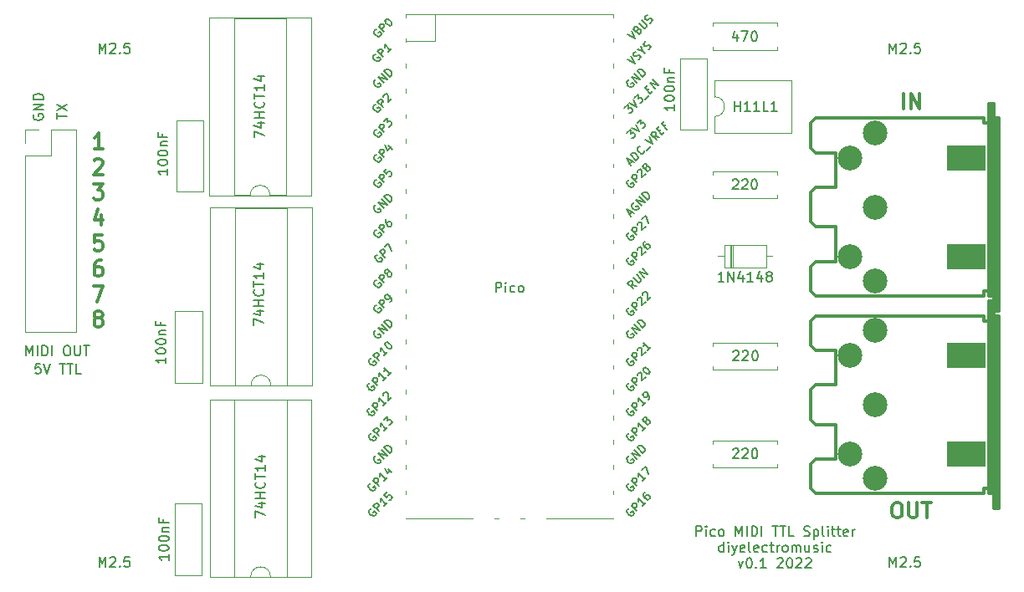
<source format=gbr>
%TF.GenerationSoftware,KiCad,Pcbnew,(6.0.5)*%
%TF.CreationDate,2022-08-31T14:42:19+01:00*%
%TF.ProjectId,PicoMIDISplitterTTL,5069636f-4d49-4444-9953-706c69747465,rev?*%
%TF.SameCoordinates,Original*%
%TF.FileFunction,Legend,Top*%
%TF.FilePolarity,Positive*%
%FSLAX46Y46*%
G04 Gerber Fmt 4.6, Leading zero omitted, Abs format (unit mm)*
G04 Created by KiCad (PCBNEW (6.0.5)) date 2022-08-31 14:42:19*
%MOMM*%
%LPD*%
G01*
G04 APERTURE LIST*
%ADD10C,0.150000*%
%ADD11C,0.300000*%
%ADD12C,0.304800*%
%ADD13C,0.120000*%
%ADD14R,4.000000X2.500000*%
%ADD15C,2.499360*%
G04 APERTURE END LIST*
D10*
X52516304Y-75855580D02*
X52040114Y-75855580D01*
X51992495Y-76331771D01*
X52040114Y-76284152D01*
X52135352Y-76236533D01*
X52373447Y-76236533D01*
X52468685Y-76284152D01*
X52516304Y-76331771D01*
X52563923Y-76427009D01*
X52563923Y-76665104D01*
X52516304Y-76760342D01*
X52468685Y-76807961D01*
X52373447Y-76855580D01*
X52135352Y-76855580D01*
X52040114Y-76807961D01*
X51992495Y-76760342D01*
X52849638Y-75855580D02*
X53182971Y-76855580D01*
X53516304Y-75855580D01*
X54468685Y-75855580D02*
X55040114Y-75855580D01*
X54754400Y-76855580D02*
X54754400Y-75855580D01*
X55230590Y-75855580D02*
X55802019Y-75855580D01*
X55516304Y-76855580D02*
X55516304Y-75855580D01*
X56611542Y-76855580D02*
X56135352Y-76855580D01*
X56135352Y-75855580D01*
X54214780Y-51053904D02*
X54214780Y-50482476D01*
X55214780Y-50768190D02*
X54214780Y-50768190D01*
X54214780Y-50244380D02*
X55214780Y-49577714D01*
X54214780Y-49577714D02*
X55214780Y-50244380D01*
X51849400Y-50622104D02*
X51801780Y-50717342D01*
X51801780Y-50860200D01*
X51849400Y-51003057D01*
X51944638Y-51098295D01*
X52039876Y-51145914D01*
X52230352Y-51193533D01*
X52373209Y-51193533D01*
X52563685Y-51145914D01*
X52658923Y-51098295D01*
X52754161Y-51003057D01*
X52801780Y-50860200D01*
X52801780Y-50764961D01*
X52754161Y-50622104D01*
X52706542Y-50574485D01*
X52373209Y-50574485D01*
X52373209Y-50764961D01*
X52801780Y-50145914D02*
X51801780Y-50145914D01*
X52801780Y-49574485D01*
X51801780Y-49574485D01*
X52801780Y-49098295D02*
X51801780Y-49098295D01*
X51801780Y-48860200D01*
X51849400Y-48717342D01*
X51944638Y-48622104D01*
X52039876Y-48574485D01*
X52230352Y-48526866D01*
X52373209Y-48526866D01*
X52563685Y-48574485D01*
X52658923Y-48622104D01*
X52754161Y-48717342D01*
X52801780Y-48860200D01*
X52801780Y-49098295D01*
D11*
X58823171Y-54115609D02*
X57966028Y-54115609D01*
X58394600Y-54115609D02*
X58394600Y-52515609D01*
X58251742Y-52744180D01*
X58108885Y-52896561D01*
X57966028Y-52972752D01*
X57966028Y-55243990D02*
X58037457Y-55167800D01*
X58180314Y-55091609D01*
X58537457Y-55091609D01*
X58680314Y-55167800D01*
X58751742Y-55243990D01*
X58823171Y-55396371D01*
X58823171Y-55548752D01*
X58751742Y-55777323D01*
X57894600Y-56691609D01*
X58823171Y-56691609D01*
X57894600Y-57667609D02*
X58823171Y-57667609D01*
X58323171Y-58277133D01*
X58537457Y-58277133D01*
X58680314Y-58353323D01*
X58751742Y-58429514D01*
X58823171Y-58581895D01*
X58823171Y-58962847D01*
X58751742Y-59115228D01*
X58680314Y-59191419D01*
X58537457Y-59267609D01*
X58108885Y-59267609D01*
X57966028Y-59191419D01*
X57894600Y-59115228D01*
X58680314Y-60776942D02*
X58680314Y-61843609D01*
X58323171Y-60167419D02*
X57966028Y-61310276D01*
X58894600Y-61310276D01*
X58751742Y-62819609D02*
X58037457Y-62819609D01*
X57966028Y-63581514D01*
X58037457Y-63505323D01*
X58180314Y-63429133D01*
X58537457Y-63429133D01*
X58680314Y-63505323D01*
X58751742Y-63581514D01*
X58823171Y-63733895D01*
X58823171Y-64114847D01*
X58751742Y-64267228D01*
X58680314Y-64343419D01*
X58537457Y-64419609D01*
X58180314Y-64419609D01*
X58037457Y-64343419D01*
X57966028Y-64267228D01*
X58680314Y-65395609D02*
X58394600Y-65395609D01*
X58251742Y-65471800D01*
X58180314Y-65547990D01*
X58037457Y-65776561D01*
X57966028Y-66081323D01*
X57966028Y-66690847D01*
X58037457Y-66843228D01*
X58108885Y-66919419D01*
X58251742Y-66995609D01*
X58537457Y-66995609D01*
X58680314Y-66919419D01*
X58751742Y-66843228D01*
X58823171Y-66690847D01*
X58823171Y-66309895D01*
X58751742Y-66157514D01*
X58680314Y-66081323D01*
X58537457Y-66005133D01*
X58251742Y-66005133D01*
X58108885Y-66081323D01*
X58037457Y-66157514D01*
X57966028Y-66309895D01*
X57894600Y-67971609D02*
X58894600Y-67971609D01*
X58251742Y-69571609D01*
X58251742Y-71233323D02*
X58108885Y-71157133D01*
X58037457Y-71080942D01*
X57966028Y-70928561D01*
X57966028Y-70852371D01*
X58037457Y-70699990D01*
X58108885Y-70623800D01*
X58251742Y-70547609D01*
X58537457Y-70547609D01*
X58680314Y-70623800D01*
X58751742Y-70699990D01*
X58823171Y-70852371D01*
X58823171Y-70928561D01*
X58751742Y-71080942D01*
X58680314Y-71157133D01*
X58537457Y-71233323D01*
X58251742Y-71233323D01*
X58108885Y-71309514D01*
X58037457Y-71385704D01*
X57966028Y-71538085D01*
X57966028Y-71842847D01*
X58037457Y-71995228D01*
X58108885Y-72071419D01*
X58251742Y-72147609D01*
X58537457Y-72147609D01*
X58680314Y-72071419D01*
X58751742Y-71995228D01*
X58823171Y-71842847D01*
X58823171Y-71538085D01*
X58751742Y-71385704D01*
X58680314Y-71309514D01*
X58537457Y-71233323D01*
D10*
X118896809Y-93304980D02*
X118896809Y-92304980D01*
X119277761Y-92304980D01*
X119373000Y-92352600D01*
X119420619Y-92400219D01*
X119468238Y-92495457D01*
X119468238Y-92638314D01*
X119420619Y-92733552D01*
X119373000Y-92781171D01*
X119277761Y-92828790D01*
X118896809Y-92828790D01*
X119896809Y-93304980D02*
X119896809Y-92638314D01*
X119896809Y-92304980D02*
X119849190Y-92352600D01*
X119896809Y-92400219D01*
X119944428Y-92352600D01*
X119896809Y-92304980D01*
X119896809Y-92400219D01*
X120801571Y-93257361D02*
X120706333Y-93304980D01*
X120515857Y-93304980D01*
X120420619Y-93257361D01*
X120373000Y-93209742D01*
X120325380Y-93114504D01*
X120325380Y-92828790D01*
X120373000Y-92733552D01*
X120420619Y-92685933D01*
X120515857Y-92638314D01*
X120706333Y-92638314D01*
X120801571Y-92685933D01*
X121373000Y-93304980D02*
X121277761Y-93257361D01*
X121230142Y-93209742D01*
X121182523Y-93114504D01*
X121182523Y-92828790D01*
X121230142Y-92733552D01*
X121277761Y-92685933D01*
X121373000Y-92638314D01*
X121515857Y-92638314D01*
X121611095Y-92685933D01*
X121658714Y-92733552D01*
X121706333Y-92828790D01*
X121706333Y-93114504D01*
X121658714Y-93209742D01*
X121611095Y-93257361D01*
X121515857Y-93304980D01*
X121373000Y-93304980D01*
X122896809Y-93304980D02*
X122896809Y-92304980D01*
X123230142Y-93019266D01*
X123563476Y-92304980D01*
X123563476Y-93304980D01*
X124039666Y-93304980D02*
X124039666Y-92304980D01*
X124515857Y-93304980D02*
X124515857Y-92304980D01*
X124753952Y-92304980D01*
X124896809Y-92352600D01*
X124992047Y-92447838D01*
X125039666Y-92543076D01*
X125087285Y-92733552D01*
X125087285Y-92876409D01*
X125039666Y-93066885D01*
X124992047Y-93162123D01*
X124896809Y-93257361D01*
X124753952Y-93304980D01*
X124515857Y-93304980D01*
X125515857Y-93304980D02*
X125515857Y-92304980D01*
X126611095Y-92304980D02*
X127182523Y-92304980D01*
X126896809Y-93304980D02*
X126896809Y-92304980D01*
X127373000Y-92304980D02*
X127944428Y-92304980D01*
X127658714Y-93304980D02*
X127658714Y-92304980D01*
X128753952Y-93304980D02*
X128277761Y-93304980D01*
X128277761Y-92304980D01*
X129801571Y-93257361D02*
X129944428Y-93304980D01*
X130182523Y-93304980D01*
X130277761Y-93257361D01*
X130325380Y-93209742D01*
X130373000Y-93114504D01*
X130373000Y-93019266D01*
X130325380Y-92924028D01*
X130277761Y-92876409D01*
X130182523Y-92828790D01*
X129992047Y-92781171D01*
X129896809Y-92733552D01*
X129849190Y-92685933D01*
X129801571Y-92590695D01*
X129801571Y-92495457D01*
X129849190Y-92400219D01*
X129896809Y-92352600D01*
X129992047Y-92304980D01*
X130230142Y-92304980D01*
X130373000Y-92352600D01*
X130801571Y-92638314D02*
X130801571Y-93638314D01*
X130801571Y-92685933D02*
X130896809Y-92638314D01*
X131087285Y-92638314D01*
X131182523Y-92685933D01*
X131230142Y-92733552D01*
X131277761Y-92828790D01*
X131277761Y-93114504D01*
X131230142Y-93209742D01*
X131182523Y-93257361D01*
X131087285Y-93304980D01*
X130896809Y-93304980D01*
X130801571Y-93257361D01*
X131849190Y-93304980D02*
X131753952Y-93257361D01*
X131706333Y-93162123D01*
X131706333Y-92304980D01*
X132230142Y-93304980D02*
X132230142Y-92638314D01*
X132230142Y-92304980D02*
X132182523Y-92352600D01*
X132230142Y-92400219D01*
X132277761Y-92352600D01*
X132230142Y-92304980D01*
X132230142Y-92400219D01*
X132563476Y-92638314D02*
X132944428Y-92638314D01*
X132706333Y-92304980D02*
X132706333Y-93162123D01*
X132753952Y-93257361D01*
X132849190Y-93304980D01*
X132944428Y-93304980D01*
X133134904Y-92638314D02*
X133515857Y-92638314D01*
X133277761Y-92304980D02*
X133277761Y-93162123D01*
X133325380Y-93257361D01*
X133420619Y-93304980D01*
X133515857Y-93304980D01*
X134230142Y-93257361D02*
X134134904Y-93304980D01*
X133944428Y-93304980D01*
X133849190Y-93257361D01*
X133801571Y-93162123D01*
X133801571Y-92781171D01*
X133849190Y-92685933D01*
X133944428Y-92638314D01*
X134134904Y-92638314D01*
X134230142Y-92685933D01*
X134277761Y-92781171D01*
X134277761Y-92876409D01*
X133801571Y-92971647D01*
X134706333Y-93304980D02*
X134706333Y-92638314D01*
X134706333Y-92828790D02*
X134753952Y-92733552D01*
X134801571Y-92685933D01*
X134896809Y-92638314D01*
X134992047Y-92638314D01*
X121682523Y-94914980D02*
X121682523Y-93914980D01*
X121682523Y-94867361D02*
X121587285Y-94914980D01*
X121396809Y-94914980D01*
X121301571Y-94867361D01*
X121253952Y-94819742D01*
X121206333Y-94724504D01*
X121206333Y-94438790D01*
X121253952Y-94343552D01*
X121301571Y-94295933D01*
X121396809Y-94248314D01*
X121587285Y-94248314D01*
X121682523Y-94295933D01*
X122158714Y-94914980D02*
X122158714Y-94248314D01*
X122158714Y-93914980D02*
X122111095Y-93962600D01*
X122158714Y-94010219D01*
X122206333Y-93962600D01*
X122158714Y-93914980D01*
X122158714Y-94010219D01*
X122539666Y-94248314D02*
X122777761Y-94914980D01*
X123015857Y-94248314D02*
X122777761Y-94914980D01*
X122682523Y-95153076D01*
X122634904Y-95200695D01*
X122539666Y-95248314D01*
X123777761Y-94867361D02*
X123682523Y-94914980D01*
X123492047Y-94914980D01*
X123396809Y-94867361D01*
X123349190Y-94772123D01*
X123349190Y-94391171D01*
X123396809Y-94295933D01*
X123492047Y-94248314D01*
X123682523Y-94248314D01*
X123777761Y-94295933D01*
X123825380Y-94391171D01*
X123825380Y-94486409D01*
X123349190Y-94581647D01*
X124396809Y-94914980D02*
X124301571Y-94867361D01*
X124253952Y-94772123D01*
X124253952Y-93914980D01*
X125158714Y-94867361D02*
X125063476Y-94914980D01*
X124873000Y-94914980D01*
X124777761Y-94867361D01*
X124730142Y-94772123D01*
X124730142Y-94391171D01*
X124777761Y-94295933D01*
X124873000Y-94248314D01*
X125063476Y-94248314D01*
X125158714Y-94295933D01*
X125206333Y-94391171D01*
X125206333Y-94486409D01*
X124730142Y-94581647D01*
X126063476Y-94867361D02*
X125968238Y-94914980D01*
X125777761Y-94914980D01*
X125682523Y-94867361D01*
X125634904Y-94819742D01*
X125587285Y-94724504D01*
X125587285Y-94438790D01*
X125634904Y-94343552D01*
X125682523Y-94295933D01*
X125777761Y-94248314D01*
X125968238Y-94248314D01*
X126063476Y-94295933D01*
X126349190Y-94248314D02*
X126730142Y-94248314D01*
X126492047Y-93914980D02*
X126492047Y-94772123D01*
X126539666Y-94867361D01*
X126634904Y-94914980D01*
X126730142Y-94914980D01*
X127063476Y-94914980D02*
X127063476Y-94248314D01*
X127063476Y-94438790D02*
X127111095Y-94343552D01*
X127158714Y-94295933D01*
X127253952Y-94248314D01*
X127349190Y-94248314D01*
X127825380Y-94914980D02*
X127730142Y-94867361D01*
X127682523Y-94819742D01*
X127634904Y-94724504D01*
X127634904Y-94438790D01*
X127682523Y-94343552D01*
X127730142Y-94295933D01*
X127825380Y-94248314D01*
X127968238Y-94248314D01*
X128063476Y-94295933D01*
X128111095Y-94343552D01*
X128158714Y-94438790D01*
X128158714Y-94724504D01*
X128111095Y-94819742D01*
X128063476Y-94867361D01*
X127968238Y-94914980D01*
X127825380Y-94914980D01*
X128587285Y-94914980D02*
X128587285Y-94248314D01*
X128587285Y-94343552D02*
X128634904Y-94295933D01*
X128730142Y-94248314D01*
X128873000Y-94248314D01*
X128968238Y-94295933D01*
X129015857Y-94391171D01*
X129015857Y-94914980D01*
X129015857Y-94391171D02*
X129063476Y-94295933D01*
X129158714Y-94248314D01*
X129301571Y-94248314D01*
X129396809Y-94295933D01*
X129444428Y-94391171D01*
X129444428Y-94914980D01*
X130349190Y-94248314D02*
X130349190Y-94914980D01*
X129920619Y-94248314D02*
X129920619Y-94772123D01*
X129968238Y-94867361D01*
X130063476Y-94914980D01*
X130206333Y-94914980D01*
X130301571Y-94867361D01*
X130349190Y-94819742D01*
X130777761Y-94867361D02*
X130873000Y-94914980D01*
X131063476Y-94914980D01*
X131158714Y-94867361D01*
X131206333Y-94772123D01*
X131206333Y-94724504D01*
X131158714Y-94629266D01*
X131063476Y-94581647D01*
X130920619Y-94581647D01*
X130825380Y-94534028D01*
X130777761Y-94438790D01*
X130777761Y-94391171D01*
X130825380Y-94295933D01*
X130920619Y-94248314D01*
X131063476Y-94248314D01*
X131158714Y-94295933D01*
X131634904Y-94914980D02*
X131634904Y-94248314D01*
X131634904Y-93914980D02*
X131587285Y-93962600D01*
X131634904Y-94010219D01*
X131682523Y-93962600D01*
X131634904Y-93914980D01*
X131634904Y-94010219D01*
X132539666Y-94867361D02*
X132444428Y-94914980D01*
X132253952Y-94914980D01*
X132158714Y-94867361D01*
X132111095Y-94819742D01*
X132063476Y-94724504D01*
X132063476Y-94438790D01*
X132111095Y-94343552D01*
X132158714Y-94295933D01*
X132253952Y-94248314D01*
X132444428Y-94248314D01*
X132539666Y-94295933D01*
X123158714Y-95858314D02*
X123396809Y-96524980D01*
X123634904Y-95858314D01*
X124206333Y-95524980D02*
X124301571Y-95524980D01*
X124396809Y-95572600D01*
X124444428Y-95620219D01*
X124492047Y-95715457D01*
X124539666Y-95905933D01*
X124539666Y-96144028D01*
X124492047Y-96334504D01*
X124444428Y-96429742D01*
X124396809Y-96477361D01*
X124301571Y-96524980D01*
X124206333Y-96524980D01*
X124111095Y-96477361D01*
X124063476Y-96429742D01*
X124015857Y-96334504D01*
X123968238Y-96144028D01*
X123968238Y-95905933D01*
X124015857Y-95715457D01*
X124063476Y-95620219D01*
X124111095Y-95572600D01*
X124206333Y-95524980D01*
X124968238Y-96429742D02*
X125015857Y-96477361D01*
X124968238Y-96524980D01*
X124920619Y-96477361D01*
X124968238Y-96429742D01*
X124968238Y-96524980D01*
X125968238Y-96524980D02*
X125396809Y-96524980D01*
X125682523Y-96524980D02*
X125682523Y-95524980D01*
X125587285Y-95667838D01*
X125492047Y-95763076D01*
X125396809Y-95810695D01*
X127111095Y-95620219D02*
X127158714Y-95572600D01*
X127253952Y-95524980D01*
X127492047Y-95524980D01*
X127587285Y-95572600D01*
X127634904Y-95620219D01*
X127682523Y-95715457D01*
X127682523Y-95810695D01*
X127634904Y-95953552D01*
X127063476Y-96524980D01*
X127682523Y-96524980D01*
X128301571Y-95524980D02*
X128396809Y-95524980D01*
X128492047Y-95572600D01*
X128539666Y-95620219D01*
X128587285Y-95715457D01*
X128634904Y-95905933D01*
X128634904Y-96144028D01*
X128587285Y-96334504D01*
X128539666Y-96429742D01*
X128492047Y-96477361D01*
X128396809Y-96524980D01*
X128301571Y-96524980D01*
X128206333Y-96477361D01*
X128158714Y-96429742D01*
X128111095Y-96334504D01*
X128063476Y-96144028D01*
X128063476Y-95905933D01*
X128111095Y-95715457D01*
X128158714Y-95620219D01*
X128206333Y-95572600D01*
X128301571Y-95524980D01*
X129015857Y-95620219D02*
X129063476Y-95572600D01*
X129158714Y-95524980D01*
X129396809Y-95524980D01*
X129492047Y-95572600D01*
X129539666Y-95620219D01*
X129587285Y-95715457D01*
X129587285Y-95810695D01*
X129539666Y-95953552D01*
X128968238Y-96524980D01*
X129587285Y-96524980D01*
X129968238Y-95620219D02*
X130015857Y-95572600D01*
X130111095Y-95524980D01*
X130349190Y-95524980D01*
X130444428Y-95572600D01*
X130492047Y-95620219D01*
X130539666Y-95715457D01*
X130539666Y-95810695D01*
X130492047Y-95953552D01*
X129920619Y-96524980D01*
X130539666Y-96524980D01*
%TO.C,J1*%
X51084552Y-75026780D02*
X51084552Y-74026780D01*
X51417885Y-74741066D01*
X51751219Y-74026780D01*
X51751219Y-75026780D01*
X52227409Y-75026780D02*
X52227409Y-74026780D01*
X52703600Y-75026780D02*
X52703600Y-74026780D01*
X52941695Y-74026780D01*
X53084552Y-74074400D01*
X53179790Y-74169638D01*
X53227409Y-74264876D01*
X53275028Y-74455352D01*
X53275028Y-74598209D01*
X53227409Y-74788685D01*
X53179790Y-74883923D01*
X53084552Y-74979161D01*
X52941695Y-75026780D01*
X52703600Y-75026780D01*
X53703600Y-75026780D02*
X53703600Y-74026780D01*
X55132171Y-74026780D02*
X55322647Y-74026780D01*
X55417885Y-74074400D01*
X55513123Y-74169638D01*
X55560742Y-74360114D01*
X55560742Y-74693447D01*
X55513123Y-74883923D01*
X55417885Y-74979161D01*
X55322647Y-75026780D01*
X55132171Y-75026780D01*
X55036933Y-74979161D01*
X54941695Y-74883923D01*
X54894076Y-74693447D01*
X54894076Y-74360114D01*
X54941695Y-74169638D01*
X55036933Y-74074400D01*
X55132171Y-74026780D01*
X55989314Y-74026780D02*
X55989314Y-74836304D01*
X56036933Y-74931542D01*
X56084552Y-74979161D01*
X56179790Y-75026780D01*
X56370266Y-75026780D01*
X56465504Y-74979161D01*
X56513123Y-74931542D01*
X56560742Y-74836304D01*
X56560742Y-74026780D01*
X56894076Y-74026780D02*
X57465504Y-74026780D01*
X57179790Y-75026780D02*
X57179790Y-74026780D01*
%TO.C,U4*%
X98619047Y-68611380D02*
X98619047Y-67611380D01*
X99000000Y-67611380D01*
X99095238Y-67659000D01*
X99142857Y-67706619D01*
X99190476Y-67801857D01*
X99190476Y-67944714D01*
X99142857Y-68039952D01*
X99095238Y-68087571D01*
X99000000Y-68135190D01*
X98619047Y-68135190D01*
X99619047Y-68611380D02*
X99619047Y-67944714D01*
X99619047Y-67611380D02*
X99571428Y-67659000D01*
X99619047Y-67706619D01*
X99666666Y-67659000D01*
X99619047Y-67611380D01*
X99619047Y-67706619D01*
X100523809Y-68563761D02*
X100428571Y-68611380D01*
X100238095Y-68611380D01*
X100142857Y-68563761D01*
X100095238Y-68516142D01*
X100047619Y-68420904D01*
X100047619Y-68135190D01*
X100095238Y-68039952D01*
X100142857Y-67992333D01*
X100238095Y-67944714D01*
X100428571Y-67944714D01*
X100523809Y-67992333D01*
X101095238Y-68611380D02*
X101000000Y-68563761D01*
X100952380Y-68516142D01*
X100904761Y-68420904D01*
X100904761Y-68135190D01*
X100952380Y-68039952D01*
X101000000Y-67992333D01*
X101095238Y-67944714D01*
X101238095Y-67944714D01*
X101333333Y-67992333D01*
X101380952Y-68039952D01*
X101428571Y-68135190D01*
X101428571Y-68420904D01*
X101380952Y-68516142D01*
X101333333Y-68563761D01*
X101238095Y-68611380D01*
X101095238Y-68611380D01*
X112097722Y-87980592D02*
X112016910Y-88007529D01*
X111936097Y-88088341D01*
X111882223Y-88196091D01*
X111882223Y-88303841D01*
X111909160Y-88384653D01*
X111989972Y-88519340D01*
X112070784Y-88600152D01*
X112205471Y-88680964D01*
X112286284Y-88707902D01*
X112394033Y-88707902D01*
X112501783Y-88654027D01*
X112555658Y-88600152D01*
X112609532Y-88492402D01*
X112609532Y-88438528D01*
X112420971Y-88249966D01*
X112313221Y-88357715D01*
X112905844Y-88249966D02*
X112340158Y-87684280D01*
X112555658Y-87468781D01*
X112636470Y-87441844D01*
X112690345Y-87441844D01*
X112771157Y-87468781D01*
X112851969Y-87549593D01*
X112878906Y-87630406D01*
X112878906Y-87684280D01*
X112851969Y-87765093D01*
X112636470Y-87980592D01*
X113767841Y-87387969D02*
X113444592Y-87711218D01*
X113606216Y-87549593D02*
X113040531Y-86983908D01*
X113067468Y-87118595D01*
X113067468Y-87226345D01*
X113040531Y-87307157D01*
X113390717Y-86633722D02*
X113767841Y-86256598D01*
X114091089Y-87064720D01*
X86513096Y-57231218D02*
X86432284Y-57258155D01*
X86351471Y-57338967D01*
X86297597Y-57446717D01*
X86297597Y-57554467D01*
X86324534Y-57635279D01*
X86405346Y-57769966D01*
X86486158Y-57850778D01*
X86620845Y-57931590D01*
X86701658Y-57958528D01*
X86809407Y-57958528D01*
X86917157Y-57904653D01*
X86971032Y-57850778D01*
X87024906Y-57743028D01*
X87024906Y-57689154D01*
X86836345Y-57500592D01*
X86728595Y-57608341D01*
X87321218Y-57500592D02*
X86755532Y-56934906D01*
X86971032Y-56719407D01*
X87051844Y-56692470D01*
X87105719Y-56692470D01*
X87186531Y-56719407D01*
X87267343Y-56800219D01*
X87294280Y-56881032D01*
X87294280Y-56934906D01*
X87267343Y-57015719D01*
X87051844Y-57231218D01*
X87590592Y-56099847D02*
X87321218Y-56369221D01*
X87563654Y-56665532D01*
X87563654Y-56611658D01*
X87590592Y-56530845D01*
X87725279Y-56396158D01*
X87806091Y-56369221D01*
X87859966Y-56369221D01*
X87940778Y-56396158D01*
X88075465Y-56530845D01*
X88102402Y-56611658D01*
X88102402Y-56665532D01*
X88075465Y-56746345D01*
X87940778Y-56881032D01*
X87859966Y-56907969D01*
X87806091Y-56907969D01*
X112086158Y-72498155D02*
X112005346Y-72525093D01*
X111924534Y-72605905D01*
X111870659Y-72713654D01*
X111870659Y-72821404D01*
X111897597Y-72902216D01*
X111978409Y-73036903D01*
X112059221Y-73117715D01*
X112193908Y-73198528D01*
X112274720Y-73225465D01*
X112382470Y-73225465D01*
X112490219Y-73171590D01*
X112544094Y-73117715D01*
X112597969Y-73009966D01*
X112597969Y-72956091D01*
X112409407Y-72767529D01*
X112301658Y-72875279D01*
X112894280Y-72767529D02*
X112328595Y-72201844D01*
X113217529Y-72444280D01*
X112651844Y-71878595D01*
X113486903Y-72174906D02*
X112921218Y-71609221D01*
X113055905Y-71474534D01*
X113163654Y-71420659D01*
X113271404Y-71420659D01*
X113352216Y-71447597D01*
X113486903Y-71528409D01*
X113567715Y-71609221D01*
X113648528Y-71743908D01*
X113675465Y-71824720D01*
X113675465Y-71932470D01*
X113621590Y-72040219D01*
X113486903Y-72174906D01*
X86513096Y-69931218D02*
X86432284Y-69958155D01*
X86351471Y-70038967D01*
X86297597Y-70146717D01*
X86297597Y-70254467D01*
X86324534Y-70335279D01*
X86405346Y-70469966D01*
X86486158Y-70550778D01*
X86620845Y-70631590D01*
X86701658Y-70658528D01*
X86809407Y-70658528D01*
X86917157Y-70604653D01*
X86971032Y-70550778D01*
X87024906Y-70443028D01*
X87024906Y-70389154D01*
X86836345Y-70200592D01*
X86728595Y-70308341D01*
X87321218Y-70200592D02*
X86755532Y-69634906D01*
X86971032Y-69419407D01*
X87051844Y-69392470D01*
X87105719Y-69392470D01*
X87186531Y-69419407D01*
X87267343Y-69500219D01*
X87294280Y-69581032D01*
X87294280Y-69634906D01*
X87267343Y-69715719D01*
X87051844Y-69931218D01*
X87913841Y-69607969D02*
X88021590Y-69500219D01*
X88048528Y-69419407D01*
X88048528Y-69365532D01*
X88021590Y-69230845D01*
X87940778Y-69096158D01*
X87725279Y-68880659D01*
X87644467Y-68853722D01*
X87590592Y-68853722D01*
X87509780Y-68880659D01*
X87402030Y-68988409D01*
X87375093Y-69069221D01*
X87375093Y-69123096D01*
X87402030Y-69203908D01*
X87536717Y-69338595D01*
X87617529Y-69365532D01*
X87671404Y-69365532D01*
X87752216Y-69338595D01*
X87859966Y-69230845D01*
X87886903Y-69150033D01*
X87886903Y-69096158D01*
X87859966Y-69015346D01*
X112086158Y-47098155D02*
X112005346Y-47125093D01*
X111924534Y-47205905D01*
X111870659Y-47313654D01*
X111870659Y-47421404D01*
X111897597Y-47502216D01*
X111978409Y-47636903D01*
X112059221Y-47717715D01*
X112193908Y-47798528D01*
X112274720Y-47825465D01*
X112382470Y-47825465D01*
X112490219Y-47771590D01*
X112544094Y-47717715D01*
X112597969Y-47609966D01*
X112597969Y-47556091D01*
X112409407Y-47367529D01*
X112301658Y-47475279D01*
X112894280Y-47367529D02*
X112328595Y-46801844D01*
X113217529Y-47044280D01*
X112651844Y-46478595D01*
X113486903Y-46774906D02*
X112921218Y-46209221D01*
X113055905Y-46074534D01*
X113163654Y-46020659D01*
X113271404Y-46020659D01*
X113352216Y-46047597D01*
X113486903Y-46128409D01*
X113567715Y-46209221D01*
X113648528Y-46343908D01*
X113675465Y-46424720D01*
X113675465Y-46532470D01*
X113621590Y-46640219D01*
X113486903Y-46774906D01*
X111953129Y-42527309D02*
X112707377Y-42904433D01*
X112330253Y-42150186D01*
X112976751Y-42042436D02*
X113084500Y-41988561D01*
X113138375Y-41988561D01*
X113219187Y-42015499D01*
X113299999Y-42096311D01*
X113326937Y-42177123D01*
X113326937Y-42230998D01*
X113300000Y-42311810D01*
X113084500Y-42527309D01*
X112518815Y-41961624D01*
X112707377Y-41773062D01*
X112788189Y-41746125D01*
X112842064Y-41746125D01*
X112922876Y-41773062D01*
X112976751Y-41826937D01*
X113003688Y-41907749D01*
X113003688Y-41961624D01*
X112976751Y-42042436D01*
X112788189Y-42230998D01*
X113084500Y-41395938D02*
X113542436Y-41853874D01*
X113623248Y-41880812D01*
X113677123Y-41880812D01*
X113757935Y-41853874D01*
X113865685Y-41746125D01*
X113892622Y-41665312D01*
X113892622Y-41611438D01*
X113865685Y-41530625D01*
X113407749Y-41072690D01*
X114188934Y-41369001D02*
X114296683Y-41315126D01*
X114431370Y-41180439D01*
X114458308Y-41099627D01*
X114458308Y-41045752D01*
X114431370Y-40964940D01*
X114377496Y-40911065D01*
X114296683Y-40884128D01*
X114242809Y-40884128D01*
X114161996Y-40911065D01*
X114027309Y-40991877D01*
X113946497Y-41018815D01*
X113892622Y-41018815D01*
X113811810Y-40991877D01*
X113757935Y-40938003D01*
X113730998Y-40857190D01*
X113730998Y-40803316D01*
X113757935Y-40722503D01*
X113892622Y-40587816D01*
X114000372Y-40533942D01*
X85989722Y-90520592D02*
X85908910Y-90547529D01*
X85828097Y-90628341D01*
X85774223Y-90736091D01*
X85774223Y-90843841D01*
X85801160Y-90924653D01*
X85881972Y-91059340D01*
X85962784Y-91140152D01*
X86097471Y-91220964D01*
X86178284Y-91247902D01*
X86286033Y-91247902D01*
X86393783Y-91194027D01*
X86447658Y-91140152D01*
X86501532Y-91032402D01*
X86501532Y-90978528D01*
X86312971Y-90789966D01*
X86205221Y-90897715D01*
X86797844Y-90789966D02*
X86232158Y-90224280D01*
X86447658Y-90008781D01*
X86528470Y-89981844D01*
X86582345Y-89981844D01*
X86663157Y-90008781D01*
X86743969Y-90089593D01*
X86770906Y-90170406D01*
X86770906Y-90224280D01*
X86743969Y-90305093D01*
X86528470Y-90520592D01*
X87659841Y-89927969D02*
X87336592Y-90251218D01*
X87498216Y-90089593D02*
X86932531Y-89523908D01*
X86959468Y-89658595D01*
X86959468Y-89766345D01*
X86932531Y-89847157D01*
X87605966Y-88850473D02*
X87336592Y-89119847D01*
X87579028Y-89416158D01*
X87579028Y-89362284D01*
X87605966Y-89281471D01*
X87740653Y-89146784D01*
X87821465Y-89119847D01*
X87875340Y-89119847D01*
X87956152Y-89146784D01*
X88090839Y-89281471D01*
X88117776Y-89362284D01*
X88117776Y-89416158D01*
X88090839Y-89496971D01*
X87956152Y-89631658D01*
X87875340Y-89658595D01*
X87821465Y-89658595D01*
X86513096Y-67391218D02*
X86432284Y-67418155D01*
X86351471Y-67498967D01*
X86297597Y-67606717D01*
X86297597Y-67714467D01*
X86324534Y-67795279D01*
X86405346Y-67929966D01*
X86486158Y-68010778D01*
X86620845Y-68091590D01*
X86701658Y-68118528D01*
X86809407Y-68118528D01*
X86917157Y-68064653D01*
X86971032Y-68010778D01*
X87024906Y-67903028D01*
X87024906Y-67849154D01*
X86836345Y-67660592D01*
X86728595Y-67768341D01*
X87321218Y-67660592D02*
X86755532Y-67094906D01*
X86971032Y-66879407D01*
X87051844Y-66852470D01*
X87105719Y-66852470D01*
X87186531Y-66879407D01*
X87267343Y-66960219D01*
X87294280Y-67041032D01*
X87294280Y-67094906D01*
X87267343Y-67175719D01*
X87051844Y-67391218D01*
X87644467Y-66690845D02*
X87563654Y-66717783D01*
X87509780Y-66717783D01*
X87428967Y-66690845D01*
X87402030Y-66663908D01*
X87375093Y-66583096D01*
X87375093Y-66529221D01*
X87402030Y-66448409D01*
X87509780Y-66340659D01*
X87590592Y-66313722D01*
X87644467Y-66313722D01*
X87725279Y-66340659D01*
X87752216Y-66367597D01*
X87779154Y-66448409D01*
X87779154Y-66502284D01*
X87752216Y-66583096D01*
X87644467Y-66690845D01*
X87617529Y-66771658D01*
X87617529Y-66825532D01*
X87644467Y-66906345D01*
X87752216Y-67014094D01*
X87833028Y-67041032D01*
X87886903Y-67041032D01*
X87967715Y-67014094D01*
X88075465Y-66906345D01*
X88102402Y-66825532D01*
X88102402Y-66771658D01*
X88075465Y-66690845D01*
X87967715Y-66583096D01*
X87886903Y-66556158D01*
X87833028Y-66556158D01*
X87752216Y-66583096D01*
X112838375Y-67943435D02*
X112380439Y-67862622D01*
X112515126Y-68266683D02*
X111949441Y-67700998D01*
X112164940Y-67485499D01*
X112245752Y-67458561D01*
X112299627Y-67458561D01*
X112380439Y-67485499D01*
X112461251Y-67566311D01*
X112488189Y-67647123D01*
X112488189Y-67700998D01*
X112461251Y-67781810D01*
X112245752Y-67997309D01*
X112515126Y-67135312D02*
X112973062Y-67593248D01*
X113053874Y-67620186D01*
X113107749Y-67620186D01*
X113188561Y-67593248D01*
X113296311Y-67485499D01*
X113323248Y-67404687D01*
X113323248Y-67350812D01*
X113296311Y-67270000D01*
X112838375Y-66812064D01*
X113673435Y-67108375D02*
X113107749Y-66542690D01*
X113996683Y-66785126D01*
X113430998Y-66219441D01*
X86413096Y-44521218D02*
X86332284Y-44548155D01*
X86251471Y-44628967D01*
X86197597Y-44736717D01*
X86197597Y-44844467D01*
X86224534Y-44925279D01*
X86305346Y-45059966D01*
X86386158Y-45140778D01*
X86520845Y-45221590D01*
X86601658Y-45248528D01*
X86709407Y-45248528D01*
X86817157Y-45194653D01*
X86871032Y-45140778D01*
X86924906Y-45033028D01*
X86924906Y-44979154D01*
X86736345Y-44790592D01*
X86628595Y-44898341D01*
X87221218Y-44790592D02*
X86655532Y-44224906D01*
X86871032Y-44009407D01*
X86951844Y-43982470D01*
X87005719Y-43982470D01*
X87086531Y-44009407D01*
X87167343Y-44090219D01*
X87194280Y-44171032D01*
X87194280Y-44224906D01*
X87167343Y-44305719D01*
X86951844Y-44521218D01*
X88083215Y-43928595D02*
X87759966Y-44251844D01*
X87921590Y-44090219D02*
X87355905Y-43524534D01*
X87382842Y-43659221D01*
X87382842Y-43766971D01*
X87355905Y-43847783D01*
X112151597Y-60740964D02*
X112420971Y-60471590D01*
X112259346Y-60956463D02*
X111882223Y-60202216D01*
X112636470Y-60579340D01*
X112582595Y-59555719D02*
X112501783Y-59582656D01*
X112420971Y-59663468D01*
X112367096Y-59771218D01*
X112367096Y-59878967D01*
X112394033Y-59959780D01*
X112474845Y-60094467D01*
X112555658Y-60175279D01*
X112690345Y-60256091D01*
X112771157Y-60283028D01*
X112878906Y-60283028D01*
X112986656Y-60229154D01*
X113040531Y-60175279D01*
X113094406Y-60067529D01*
X113094406Y-60013654D01*
X112905844Y-59825093D01*
X112798094Y-59932842D01*
X113390717Y-59825093D02*
X112825032Y-59259407D01*
X113713966Y-59501844D01*
X113148280Y-58936158D01*
X113983340Y-59232470D02*
X113417654Y-58666784D01*
X113552341Y-58532097D01*
X113660091Y-58478223D01*
X113767841Y-58478223D01*
X113848653Y-58505160D01*
X113983340Y-58585972D01*
X114064152Y-58666784D01*
X114144964Y-58801471D01*
X114171902Y-58882284D01*
X114171902Y-58990033D01*
X114118027Y-59097783D01*
X113983340Y-59232470D01*
X86513096Y-62311218D02*
X86432284Y-62338155D01*
X86351471Y-62418967D01*
X86297597Y-62526717D01*
X86297597Y-62634467D01*
X86324534Y-62715279D01*
X86405346Y-62849966D01*
X86486158Y-62930778D01*
X86620845Y-63011590D01*
X86701658Y-63038528D01*
X86809407Y-63038528D01*
X86917157Y-62984653D01*
X86971032Y-62930778D01*
X87024906Y-62823028D01*
X87024906Y-62769154D01*
X86836345Y-62580592D01*
X86728595Y-62688341D01*
X87321218Y-62580592D02*
X86755532Y-62014906D01*
X86971032Y-61799407D01*
X87051844Y-61772470D01*
X87105719Y-61772470D01*
X87186531Y-61799407D01*
X87267343Y-61880219D01*
X87294280Y-61961032D01*
X87294280Y-62014906D01*
X87267343Y-62095719D01*
X87051844Y-62311218D01*
X87563654Y-61206784D02*
X87455905Y-61314534D01*
X87428967Y-61395346D01*
X87428967Y-61449221D01*
X87455905Y-61583908D01*
X87536717Y-61718595D01*
X87752216Y-61934094D01*
X87833028Y-61961032D01*
X87886903Y-61961032D01*
X87967715Y-61934094D01*
X88075465Y-61826345D01*
X88102402Y-61745532D01*
X88102402Y-61691658D01*
X88075465Y-61610845D01*
X87940778Y-61476158D01*
X87859966Y-61449221D01*
X87806091Y-61449221D01*
X87725279Y-61476158D01*
X87617529Y-61583908D01*
X87590592Y-61664720D01*
X87590592Y-61718595D01*
X87617529Y-61799407D01*
X86486158Y-72498155D02*
X86405346Y-72525093D01*
X86324534Y-72605905D01*
X86270659Y-72713654D01*
X86270659Y-72821404D01*
X86297597Y-72902216D01*
X86378409Y-73036903D01*
X86459221Y-73117715D01*
X86593908Y-73198528D01*
X86674720Y-73225465D01*
X86782470Y-73225465D01*
X86890219Y-73171590D01*
X86944094Y-73117715D01*
X86997969Y-73009966D01*
X86997969Y-72956091D01*
X86809407Y-72767529D01*
X86701658Y-72875279D01*
X87294280Y-72767529D02*
X86728595Y-72201844D01*
X87617529Y-72444280D01*
X87051844Y-71878595D01*
X87886903Y-72174906D02*
X87321218Y-71609221D01*
X87455905Y-71474534D01*
X87563654Y-71420659D01*
X87671404Y-71420659D01*
X87752216Y-71447597D01*
X87886903Y-71528409D01*
X87967715Y-71609221D01*
X88048528Y-71743908D01*
X88075465Y-71824720D01*
X88075465Y-71932470D01*
X88021590Y-72040219D01*
X87886903Y-72174906D01*
X112097722Y-62590592D02*
X112016910Y-62617529D01*
X111936097Y-62698341D01*
X111882223Y-62806091D01*
X111882223Y-62913841D01*
X111909160Y-62994653D01*
X111989972Y-63129340D01*
X112070784Y-63210152D01*
X112205471Y-63290964D01*
X112286284Y-63317902D01*
X112394033Y-63317902D01*
X112501783Y-63264027D01*
X112555658Y-63210152D01*
X112609532Y-63102402D01*
X112609532Y-63048528D01*
X112420971Y-62859966D01*
X112313221Y-62967715D01*
X112905844Y-62859966D02*
X112340158Y-62294280D01*
X112555658Y-62078781D01*
X112636470Y-62051844D01*
X112690345Y-62051844D01*
X112771157Y-62078781D01*
X112851969Y-62159593D01*
X112878906Y-62240406D01*
X112878906Y-62294280D01*
X112851969Y-62375093D01*
X112636470Y-62590592D01*
X112932781Y-61809407D02*
X112932781Y-61755532D01*
X112959719Y-61674720D01*
X113094406Y-61540033D01*
X113175218Y-61513096D01*
X113229093Y-61513096D01*
X113309905Y-61540033D01*
X113363780Y-61593908D01*
X113417654Y-61701658D01*
X113417654Y-62348155D01*
X113767841Y-61997969D01*
X113390717Y-61243722D02*
X113767841Y-60866598D01*
X114091089Y-61674720D01*
X86513096Y-52151218D02*
X86432284Y-52178155D01*
X86351471Y-52258967D01*
X86297597Y-52366717D01*
X86297597Y-52474467D01*
X86324534Y-52555279D01*
X86405346Y-52689966D01*
X86486158Y-52770778D01*
X86620845Y-52851590D01*
X86701658Y-52878528D01*
X86809407Y-52878528D01*
X86917157Y-52824653D01*
X86971032Y-52770778D01*
X87024906Y-52663028D01*
X87024906Y-52609154D01*
X86836345Y-52420592D01*
X86728595Y-52528341D01*
X87321218Y-52420592D02*
X86755532Y-51854906D01*
X86971032Y-51639407D01*
X87051844Y-51612470D01*
X87105719Y-51612470D01*
X87186531Y-51639407D01*
X87267343Y-51720219D01*
X87294280Y-51801032D01*
X87294280Y-51854906D01*
X87267343Y-51935719D01*
X87051844Y-52151218D01*
X87267343Y-51343096D02*
X87617529Y-50992910D01*
X87644467Y-51396971D01*
X87725279Y-51316158D01*
X87806091Y-51289221D01*
X87859966Y-51289221D01*
X87940778Y-51316158D01*
X88075465Y-51450845D01*
X88102402Y-51531658D01*
X88102402Y-51585532D01*
X88075465Y-51666345D01*
X87913841Y-51827969D01*
X87833028Y-51854906D01*
X87779154Y-51854906D01*
X86513096Y-54691218D02*
X86432284Y-54718155D01*
X86351471Y-54798967D01*
X86297597Y-54906717D01*
X86297597Y-55014467D01*
X86324534Y-55095279D01*
X86405346Y-55229966D01*
X86486158Y-55310778D01*
X86620845Y-55391590D01*
X86701658Y-55418528D01*
X86809407Y-55418528D01*
X86917157Y-55364653D01*
X86971032Y-55310778D01*
X87024906Y-55203028D01*
X87024906Y-55149154D01*
X86836345Y-54960592D01*
X86728595Y-55068341D01*
X87321218Y-54960592D02*
X86755532Y-54394906D01*
X86971032Y-54179407D01*
X87051844Y-54152470D01*
X87105719Y-54152470D01*
X87186531Y-54179407D01*
X87267343Y-54260219D01*
X87294280Y-54341032D01*
X87294280Y-54394906D01*
X87267343Y-54475719D01*
X87051844Y-54691218D01*
X87752216Y-53775346D02*
X88129340Y-54152470D01*
X87402030Y-53694534D02*
X87671404Y-54233282D01*
X88021590Y-53883096D01*
X85843722Y-80360592D02*
X85762910Y-80387529D01*
X85682097Y-80468341D01*
X85628223Y-80576091D01*
X85628223Y-80683841D01*
X85655160Y-80764653D01*
X85735972Y-80899340D01*
X85816784Y-80980152D01*
X85951471Y-81060964D01*
X86032284Y-81087902D01*
X86140033Y-81087902D01*
X86247783Y-81034027D01*
X86301658Y-80980152D01*
X86355532Y-80872402D01*
X86355532Y-80818528D01*
X86166971Y-80629966D01*
X86059221Y-80737715D01*
X86651844Y-80629966D02*
X86086158Y-80064280D01*
X86301658Y-79848781D01*
X86382470Y-79821844D01*
X86436345Y-79821844D01*
X86517157Y-79848781D01*
X86597969Y-79929593D01*
X86624906Y-80010406D01*
X86624906Y-80064280D01*
X86597969Y-80145093D01*
X86382470Y-80360592D01*
X87513841Y-79767969D02*
X87190592Y-80091218D01*
X87352216Y-79929593D02*
X86786531Y-79363908D01*
X86813468Y-79498595D01*
X86813468Y-79606345D01*
X86786531Y-79687157D01*
X87217529Y-79040659D02*
X87217529Y-78986784D01*
X87244467Y-78905972D01*
X87379154Y-78771285D01*
X87459966Y-78744348D01*
X87513841Y-78744348D01*
X87594653Y-78771285D01*
X87648528Y-78825160D01*
X87702402Y-78932910D01*
X87702402Y-79579407D01*
X88052589Y-79229221D01*
X85943722Y-87980592D02*
X85862910Y-88007529D01*
X85782097Y-88088341D01*
X85728223Y-88196091D01*
X85728223Y-88303841D01*
X85755160Y-88384653D01*
X85835972Y-88519340D01*
X85916784Y-88600152D01*
X86051471Y-88680964D01*
X86132284Y-88707902D01*
X86240033Y-88707902D01*
X86347783Y-88654027D01*
X86401658Y-88600152D01*
X86455532Y-88492402D01*
X86455532Y-88438528D01*
X86266971Y-88249966D01*
X86159221Y-88357715D01*
X86751844Y-88249966D02*
X86186158Y-87684280D01*
X86401658Y-87468781D01*
X86482470Y-87441844D01*
X86536345Y-87441844D01*
X86617157Y-87468781D01*
X86697969Y-87549593D01*
X86724906Y-87630406D01*
X86724906Y-87684280D01*
X86697969Y-87765093D01*
X86482470Y-87980592D01*
X87613841Y-87387969D02*
X87290592Y-87711218D01*
X87452216Y-87549593D02*
X86886531Y-86983908D01*
X86913468Y-87118595D01*
X86913468Y-87226345D01*
X86886531Y-87307157D01*
X87721590Y-86525972D02*
X88098714Y-86903096D01*
X87371404Y-86445160D02*
X87640778Y-86983908D01*
X87990964Y-86633722D01*
X111633131Y-49977108D02*
X111983317Y-49626922D01*
X112010255Y-50030983D01*
X112091067Y-49950170D01*
X112171879Y-49923233D01*
X112225754Y-49923233D01*
X112306566Y-49950170D01*
X112441253Y-50084857D01*
X112468190Y-50165670D01*
X112468190Y-50219544D01*
X112441253Y-50300357D01*
X112279629Y-50461981D01*
X112198816Y-50488918D01*
X112144942Y-50488918D01*
X112144942Y-49465297D02*
X112899189Y-49842421D01*
X112522065Y-49088174D01*
X112656752Y-48953487D02*
X113006938Y-48603300D01*
X113033876Y-49007361D01*
X113114688Y-48926549D01*
X113195500Y-48899612D01*
X113249375Y-48899612D01*
X113330187Y-48926549D01*
X113464874Y-49061236D01*
X113491812Y-49142048D01*
X113491812Y-49195923D01*
X113464874Y-49276735D01*
X113303250Y-49438360D01*
X113222438Y-49465297D01*
X113168563Y-49465297D01*
X113734248Y-49115111D02*
X114165247Y-48684112D01*
X113949748Y-48199239D02*
X114138309Y-48010677D01*
X114515433Y-48226177D02*
X114246059Y-48495551D01*
X113680374Y-47929865D01*
X113949748Y-47660491D01*
X114757870Y-47983740D02*
X114192184Y-47418055D01*
X115081118Y-47660491D01*
X114515433Y-47094806D01*
X112097722Y-90520592D02*
X112016910Y-90547529D01*
X111936097Y-90628341D01*
X111882223Y-90736091D01*
X111882223Y-90843841D01*
X111909160Y-90924653D01*
X111989972Y-91059340D01*
X112070784Y-91140152D01*
X112205471Y-91220964D01*
X112286284Y-91247902D01*
X112394033Y-91247902D01*
X112501783Y-91194027D01*
X112555658Y-91140152D01*
X112609532Y-91032402D01*
X112609532Y-90978528D01*
X112420971Y-90789966D01*
X112313221Y-90897715D01*
X112905844Y-90789966D02*
X112340158Y-90224280D01*
X112555658Y-90008781D01*
X112636470Y-89981844D01*
X112690345Y-89981844D01*
X112771157Y-90008781D01*
X112851969Y-90089593D01*
X112878906Y-90170406D01*
X112878906Y-90224280D01*
X112851969Y-90305093D01*
X112636470Y-90520592D01*
X113767841Y-89927969D02*
X113444592Y-90251218D01*
X113606216Y-90089593D02*
X113040531Y-89523908D01*
X113067468Y-89658595D01*
X113067468Y-89766345D01*
X113040531Y-89847157D01*
X113687028Y-88877410D02*
X113579279Y-88985160D01*
X113552341Y-89065972D01*
X113552341Y-89119847D01*
X113579279Y-89254534D01*
X113660091Y-89389221D01*
X113875590Y-89604720D01*
X113956402Y-89631658D01*
X114010277Y-89631658D01*
X114091089Y-89604720D01*
X114198839Y-89496971D01*
X114225776Y-89416158D01*
X114225776Y-89362284D01*
X114198839Y-89281471D01*
X114064152Y-89146784D01*
X113983340Y-89119847D01*
X113929465Y-89119847D01*
X113848653Y-89146784D01*
X113740903Y-89254534D01*
X113713966Y-89335346D01*
X113713966Y-89389221D01*
X113740903Y-89470033D01*
X86513096Y-41991218D02*
X86432284Y-42018155D01*
X86351471Y-42098967D01*
X86297597Y-42206717D01*
X86297597Y-42314467D01*
X86324534Y-42395279D01*
X86405346Y-42529966D01*
X86486158Y-42610778D01*
X86620845Y-42691590D01*
X86701658Y-42718528D01*
X86809407Y-42718528D01*
X86917157Y-42664653D01*
X86971032Y-42610778D01*
X87024906Y-42503028D01*
X87024906Y-42449154D01*
X86836345Y-42260592D01*
X86728595Y-42368341D01*
X87321218Y-42260592D02*
X86755532Y-41694906D01*
X86971032Y-41479407D01*
X87051844Y-41452470D01*
X87105719Y-41452470D01*
X87186531Y-41479407D01*
X87267343Y-41560219D01*
X87294280Y-41641032D01*
X87294280Y-41694906D01*
X87267343Y-41775719D01*
X87051844Y-41991218D01*
X87428967Y-41021471D02*
X87482842Y-40967597D01*
X87563654Y-40940659D01*
X87617529Y-40940659D01*
X87698341Y-40967597D01*
X87833028Y-41048409D01*
X87967715Y-41183096D01*
X88048528Y-41317783D01*
X88075465Y-41398595D01*
X88075465Y-41452470D01*
X88048528Y-41533282D01*
X87994653Y-41587157D01*
X87913841Y-41614094D01*
X87859966Y-41614094D01*
X87779154Y-41587157D01*
X87644467Y-41506345D01*
X87509780Y-41371658D01*
X87428967Y-41236971D01*
X87402030Y-41156158D01*
X87402030Y-41102284D01*
X87428967Y-41021471D01*
X112149988Y-55602373D02*
X112419362Y-55332999D01*
X112257737Y-55817872D02*
X111880614Y-55063625D01*
X112634861Y-55440749D01*
X112823423Y-55252187D02*
X112257737Y-54686502D01*
X112392424Y-54551815D01*
X112500174Y-54497940D01*
X112607923Y-54497940D01*
X112688736Y-54524877D01*
X112823423Y-54605689D01*
X112904235Y-54686502D01*
X112985047Y-54821189D01*
X113011984Y-54902001D01*
X113011984Y-55009750D01*
X112958110Y-55117500D01*
X112823423Y-55252187D01*
X113658482Y-54309378D02*
X113658482Y-54363253D01*
X113604607Y-54471002D01*
X113550732Y-54524877D01*
X113442983Y-54578752D01*
X113335233Y-54578752D01*
X113254421Y-54551815D01*
X113119734Y-54471002D01*
X113038922Y-54390190D01*
X112958110Y-54255503D01*
X112931172Y-54174691D01*
X112931172Y-54066941D01*
X112985047Y-53959192D01*
X113038922Y-53905317D01*
X113146671Y-53851442D01*
X113200546Y-53851442D01*
X113873981Y-54309378D02*
X114304980Y-53878380D01*
X113739294Y-53204945D02*
X114493541Y-53582068D01*
X114116418Y-52827821D01*
X115193914Y-52881696D02*
X114735978Y-52800884D01*
X114870665Y-53204945D02*
X114304980Y-52639259D01*
X114520479Y-52423760D01*
X114601291Y-52396823D01*
X114655166Y-52396823D01*
X114735978Y-52423760D01*
X114816790Y-52504572D01*
X114843728Y-52585384D01*
X114843728Y-52639259D01*
X114816790Y-52720071D01*
X114601291Y-52935571D01*
X115140039Y-52342948D02*
X115328601Y-52154386D01*
X115705724Y-52369885D02*
X115436350Y-52639259D01*
X114870665Y-52073574D01*
X115140039Y-51804200D01*
X115840411Y-51642575D02*
X115651850Y-51831137D01*
X115948161Y-52127449D02*
X115382476Y-51561763D01*
X115651850Y-51292389D01*
X112086158Y-85198155D02*
X112005346Y-85225093D01*
X111924534Y-85305905D01*
X111870659Y-85413654D01*
X111870659Y-85521404D01*
X111897597Y-85602216D01*
X111978409Y-85736903D01*
X112059221Y-85817715D01*
X112193908Y-85898528D01*
X112274720Y-85925465D01*
X112382470Y-85925465D01*
X112490219Y-85871590D01*
X112544094Y-85817715D01*
X112597969Y-85709966D01*
X112597969Y-85656091D01*
X112409407Y-85467529D01*
X112301658Y-85575279D01*
X112894280Y-85467529D02*
X112328595Y-84901844D01*
X113217529Y-85144280D01*
X112651844Y-84578595D01*
X113486903Y-84874906D02*
X112921218Y-84309221D01*
X113055905Y-84174534D01*
X113163654Y-84120659D01*
X113271404Y-84120659D01*
X113352216Y-84147597D01*
X113486903Y-84228409D01*
X113567715Y-84309221D01*
X113648528Y-84443908D01*
X113675465Y-84524720D01*
X113675465Y-84632470D01*
X113621590Y-84740219D01*
X113486903Y-84874906D01*
X86413096Y-49611218D02*
X86332284Y-49638155D01*
X86251471Y-49718967D01*
X86197597Y-49826717D01*
X86197597Y-49934467D01*
X86224534Y-50015279D01*
X86305346Y-50149966D01*
X86386158Y-50230778D01*
X86520845Y-50311590D01*
X86601658Y-50338528D01*
X86709407Y-50338528D01*
X86817157Y-50284653D01*
X86871032Y-50230778D01*
X86924906Y-50123028D01*
X86924906Y-50069154D01*
X86736345Y-49880592D01*
X86628595Y-49988341D01*
X87221218Y-49880592D02*
X86655532Y-49314906D01*
X86871032Y-49099407D01*
X86951844Y-49072470D01*
X87005719Y-49072470D01*
X87086531Y-49099407D01*
X87167343Y-49180219D01*
X87194280Y-49261032D01*
X87194280Y-49314906D01*
X87167343Y-49395719D01*
X86951844Y-49611218D01*
X87248155Y-48830033D02*
X87248155Y-48776158D01*
X87275093Y-48695346D01*
X87409780Y-48560659D01*
X87490592Y-48533722D01*
X87544467Y-48533722D01*
X87625279Y-48560659D01*
X87679154Y-48614534D01*
X87733028Y-48722284D01*
X87733028Y-49368781D01*
X88083215Y-49018595D01*
X111889847Y-52490592D02*
X112240033Y-52140406D01*
X112266971Y-52544467D01*
X112347783Y-52463654D01*
X112428595Y-52436717D01*
X112482470Y-52436717D01*
X112563282Y-52463654D01*
X112697969Y-52598341D01*
X112724906Y-52679154D01*
X112724906Y-52733028D01*
X112697969Y-52813841D01*
X112536345Y-52975465D01*
X112455532Y-53002402D01*
X112401658Y-53002402D01*
X112401658Y-51978781D02*
X113155905Y-52355905D01*
X112778781Y-51601658D01*
X112913468Y-51466971D02*
X113263654Y-51116784D01*
X113290592Y-51520845D01*
X113371404Y-51440033D01*
X113452216Y-51413096D01*
X113506091Y-51413096D01*
X113586903Y-51440033D01*
X113721590Y-51574720D01*
X113748528Y-51655532D01*
X113748528Y-51709407D01*
X113721590Y-51790219D01*
X113559966Y-51951844D01*
X113479154Y-51978781D01*
X113425279Y-51978781D01*
X111920473Y-45069966D02*
X112674720Y-45447089D01*
X112297597Y-44692842D01*
X112997969Y-45069966D02*
X113105719Y-45016091D01*
X113240406Y-44881404D01*
X113267343Y-44800592D01*
X113267343Y-44746717D01*
X113240406Y-44665905D01*
X113186531Y-44612030D01*
X113105719Y-44585093D01*
X113051844Y-44585093D01*
X112971032Y-44612030D01*
X112836345Y-44692842D01*
X112755532Y-44719780D01*
X112701658Y-44719780D01*
X112620845Y-44692842D01*
X112566971Y-44638967D01*
X112540033Y-44558155D01*
X112540033Y-44504280D01*
X112566971Y-44423468D01*
X112701658Y-44288781D01*
X112809407Y-44234906D01*
X113428967Y-44154094D02*
X113698341Y-44423468D01*
X112944094Y-44046345D02*
X113428967Y-44154094D01*
X113321218Y-43669221D01*
X114021590Y-44046345D02*
X114129340Y-43992470D01*
X114264027Y-43857783D01*
X114290964Y-43776971D01*
X114290964Y-43723096D01*
X114264027Y-43642284D01*
X114210152Y-43588409D01*
X114129340Y-43561471D01*
X114075465Y-43561471D01*
X113994653Y-43588409D01*
X113859966Y-43669221D01*
X113779154Y-43696158D01*
X113725279Y-43696158D01*
X113644467Y-43669221D01*
X113590592Y-43615346D01*
X113563654Y-43534534D01*
X113563654Y-43480659D01*
X113590592Y-43399847D01*
X113725279Y-43265160D01*
X113833028Y-43211285D01*
X85989722Y-75280592D02*
X85908910Y-75307529D01*
X85828097Y-75388341D01*
X85774223Y-75496091D01*
X85774223Y-75603841D01*
X85801160Y-75684653D01*
X85881972Y-75819340D01*
X85962784Y-75900152D01*
X86097471Y-75980964D01*
X86178284Y-76007902D01*
X86286033Y-76007902D01*
X86393783Y-75954027D01*
X86447658Y-75900152D01*
X86501532Y-75792402D01*
X86501532Y-75738528D01*
X86312971Y-75549966D01*
X86205221Y-75657715D01*
X86797844Y-75549966D02*
X86232158Y-74984280D01*
X86447658Y-74768781D01*
X86528470Y-74741844D01*
X86582345Y-74741844D01*
X86663157Y-74768781D01*
X86743969Y-74849593D01*
X86770906Y-74930406D01*
X86770906Y-74984280D01*
X86743969Y-75065093D01*
X86528470Y-75280592D01*
X87659841Y-74687969D02*
X87336592Y-75011218D01*
X87498216Y-74849593D02*
X86932531Y-74283908D01*
X86959468Y-74418595D01*
X86959468Y-74526345D01*
X86932531Y-74607157D01*
X87444341Y-73772097D02*
X87498216Y-73718223D01*
X87579028Y-73691285D01*
X87632903Y-73691285D01*
X87713715Y-73718223D01*
X87848402Y-73799035D01*
X87983089Y-73933722D01*
X88063902Y-74068409D01*
X88090839Y-74149221D01*
X88090839Y-74203096D01*
X88063902Y-74283908D01*
X88010027Y-74337783D01*
X87929215Y-74364720D01*
X87875340Y-74364720D01*
X87794528Y-74337783D01*
X87659841Y-74256971D01*
X87525154Y-74122284D01*
X87444341Y-73987597D01*
X87417404Y-73906784D01*
X87417404Y-73852910D01*
X87444341Y-73772097D01*
X112097722Y-75290592D02*
X112016910Y-75317529D01*
X111936097Y-75398341D01*
X111882223Y-75506091D01*
X111882223Y-75613841D01*
X111909160Y-75694653D01*
X111989972Y-75829340D01*
X112070784Y-75910152D01*
X112205471Y-75990964D01*
X112286284Y-76017902D01*
X112394033Y-76017902D01*
X112501783Y-75964027D01*
X112555658Y-75910152D01*
X112609532Y-75802402D01*
X112609532Y-75748528D01*
X112420971Y-75559966D01*
X112313221Y-75667715D01*
X112905844Y-75559966D02*
X112340158Y-74994280D01*
X112555658Y-74778781D01*
X112636470Y-74751844D01*
X112690345Y-74751844D01*
X112771157Y-74778781D01*
X112851969Y-74859593D01*
X112878906Y-74940406D01*
X112878906Y-74994280D01*
X112851969Y-75075093D01*
X112636470Y-75290592D01*
X112932781Y-74509407D02*
X112932781Y-74455532D01*
X112959719Y-74374720D01*
X113094406Y-74240033D01*
X113175218Y-74213096D01*
X113229093Y-74213096D01*
X113309905Y-74240033D01*
X113363780Y-74293908D01*
X113417654Y-74401658D01*
X113417654Y-75048155D01*
X113767841Y-74697969D01*
X114306589Y-74159221D02*
X113983340Y-74482470D01*
X114144964Y-74320845D02*
X113579279Y-73755160D01*
X113606216Y-73889847D01*
X113606216Y-73997597D01*
X113579279Y-74078409D01*
X112097722Y-77820592D02*
X112016910Y-77847529D01*
X111936097Y-77928341D01*
X111882223Y-78036091D01*
X111882223Y-78143841D01*
X111909160Y-78224653D01*
X111989972Y-78359340D01*
X112070784Y-78440152D01*
X112205471Y-78520964D01*
X112286284Y-78547902D01*
X112394033Y-78547902D01*
X112501783Y-78494027D01*
X112555658Y-78440152D01*
X112609532Y-78332402D01*
X112609532Y-78278528D01*
X112420971Y-78089966D01*
X112313221Y-78197715D01*
X112905844Y-78089966D02*
X112340158Y-77524280D01*
X112555658Y-77308781D01*
X112636470Y-77281844D01*
X112690345Y-77281844D01*
X112771157Y-77308781D01*
X112851969Y-77389593D01*
X112878906Y-77470406D01*
X112878906Y-77524280D01*
X112851969Y-77605093D01*
X112636470Y-77820592D01*
X112932781Y-77039407D02*
X112932781Y-76985532D01*
X112959719Y-76904720D01*
X113094406Y-76770033D01*
X113175218Y-76743096D01*
X113229093Y-76743096D01*
X113309905Y-76770033D01*
X113363780Y-76823908D01*
X113417654Y-76931658D01*
X113417654Y-77578155D01*
X113767841Y-77227969D01*
X113552341Y-76312097D02*
X113606216Y-76258223D01*
X113687028Y-76231285D01*
X113740903Y-76231285D01*
X113821715Y-76258223D01*
X113956402Y-76339035D01*
X114091089Y-76473722D01*
X114171902Y-76608409D01*
X114198839Y-76689221D01*
X114198839Y-76743096D01*
X114171902Y-76823908D01*
X114118027Y-76877783D01*
X114037215Y-76904720D01*
X113983340Y-76904720D01*
X113902528Y-76877783D01*
X113767841Y-76796971D01*
X113633154Y-76662284D01*
X113552341Y-76527597D01*
X113525404Y-76446784D01*
X113525404Y-76392910D01*
X113552341Y-76312097D01*
X112097722Y-70200592D02*
X112016910Y-70227529D01*
X111936097Y-70308341D01*
X111882223Y-70416091D01*
X111882223Y-70523841D01*
X111909160Y-70604653D01*
X111989972Y-70739340D01*
X112070784Y-70820152D01*
X112205471Y-70900964D01*
X112286284Y-70927902D01*
X112394033Y-70927902D01*
X112501783Y-70874027D01*
X112555658Y-70820152D01*
X112609532Y-70712402D01*
X112609532Y-70658528D01*
X112420971Y-70469966D01*
X112313221Y-70577715D01*
X112905844Y-70469966D02*
X112340158Y-69904280D01*
X112555658Y-69688781D01*
X112636470Y-69661844D01*
X112690345Y-69661844D01*
X112771157Y-69688781D01*
X112851969Y-69769593D01*
X112878906Y-69850406D01*
X112878906Y-69904280D01*
X112851969Y-69985093D01*
X112636470Y-70200592D01*
X112932781Y-69419407D02*
X112932781Y-69365532D01*
X112959719Y-69284720D01*
X113094406Y-69150033D01*
X113175218Y-69123096D01*
X113229093Y-69123096D01*
X113309905Y-69150033D01*
X113363780Y-69203908D01*
X113417654Y-69311658D01*
X113417654Y-69958155D01*
X113767841Y-69607969D01*
X113471529Y-68880659D02*
X113471529Y-68826784D01*
X113498467Y-68745972D01*
X113633154Y-68611285D01*
X113713966Y-68584348D01*
X113767841Y-68584348D01*
X113848653Y-68611285D01*
X113902528Y-68665160D01*
X113956402Y-68772910D01*
X113956402Y-69419407D01*
X114306589Y-69069221D01*
X86613096Y-64821218D02*
X86532284Y-64848155D01*
X86451471Y-64928967D01*
X86397597Y-65036717D01*
X86397597Y-65144467D01*
X86424534Y-65225279D01*
X86505346Y-65359966D01*
X86586158Y-65440778D01*
X86720845Y-65521590D01*
X86801658Y-65548528D01*
X86909407Y-65548528D01*
X87017157Y-65494653D01*
X87071032Y-65440778D01*
X87124906Y-65333028D01*
X87124906Y-65279154D01*
X86936345Y-65090592D01*
X86828595Y-65198341D01*
X87421218Y-65090592D02*
X86855532Y-64524906D01*
X87071032Y-64309407D01*
X87151844Y-64282470D01*
X87205719Y-64282470D01*
X87286531Y-64309407D01*
X87367343Y-64390219D01*
X87394280Y-64471032D01*
X87394280Y-64524906D01*
X87367343Y-64605719D01*
X87151844Y-64821218D01*
X87367343Y-64013096D02*
X87744467Y-63635972D01*
X88067715Y-64444094D01*
X112097722Y-80360592D02*
X112016910Y-80387529D01*
X111936097Y-80468341D01*
X111882223Y-80576091D01*
X111882223Y-80683841D01*
X111909160Y-80764653D01*
X111989972Y-80899340D01*
X112070784Y-80980152D01*
X112205471Y-81060964D01*
X112286284Y-81087902D01*
X112394033Y-81087902D01*
X112501783Y-81034027D01*
X112555658Y-80980152D01*
X112609532Y-80872402D01*
X112609532Y-80818528D01*
X112420971Y-80629966D01*
X112313221Y-80737715D01*
X112905844Y-80629966D02*
X112340158Y-80064280D01*
X112555658Y-79848781D01*
X112636470Y-79821844D01*
X112690345Y-79821844D01*
X112771157Y-79848781D01*
X112851969Y-79929593D01*
X112878906Y-80010406D01*
X112878906Y-80064280D01*
X112851969Y-80145093D01*
X112636470Y-80360592D01*
X113767841Y-79767969D02*
X113444592Y-80091218D01*
X113606216Y-79929593D02*
X113040531Y-79363908D01*
X113067468Y-79498595D01*
X113067468Y-79606345D01*
X113040531Y-79687157D01*
X114037215Y-79498595D02*
X114144964Y-79390845D01*
X114171902Y-79310033D01*
X114171902Y-79256158D01*
X114144964Y-79121471D01*
X114064152Y-78986784D01*
X113848653Y-78771285D01*
X113767841Y-78744348D01*
X113713966Y-78744348D01*
X113633154Y-78771285D01*
X113525404Y-78879035D01*
X113498467Y-78959847D01*
X113498467Y-79013722D01*
X113525404Y-79094534D01*
X113660091Y-79229221D01*
X113740903Y-79256158D01*
X113794778Y-79256158D01*
X113875590Y-79229221D01*
X113983340Y-79121471D01*
X114010277Y-79040659D01*
X114010277Y-78986784D01*
X113983340Y-78905972D01*
X85843722Y-77820592D02*
X85762910Y-77847529D01*
X85682097Y-77928341D01*
X85628223Y-78036091D01*
X85628223Y-78143841D01*
X85655160Y-78224653D01*
X85735972Y-78359340D01*
X85816784Y-78440152D01*
X85951471Y-78520964D01*
X86032284Y-78547902D01*
X86140033Y-78547902D01*
X86247783Y-78494027D01*
X86301658Y-78440152D01*
X86355532Y-78332402D01*
X86355532Y-78278528D01*
X86166971Y-78089966D01*
X86059221Y-78197715D01*
X86651844Y-78089966D02*
X86086158Y-77524280D01*
X86301658Y-77308781D01*
X86382470Y-77281844D01*
X86436345Y-77281844D01*
X86517157Y-77308781D01*
X86597969Y-77389593D01*
X86624906Y-77470406D01*
X86624906Y-77524280D01*
X86597969Y-77605093D01*
X86382470Y-77820592D01*
X87513841Y-77227969D02*
X87190592Y-77551218D01*
X87352216Y-77389593D02*
X86786531Y-76823908D01*
X86813468Y-76958595D01*
X86813468Y-77066345D01*
X86786531Y-77147157D01*
X88052589Y-76689221D02*
X87729340Y-77012470D01*
X87890964Y-76850845D02*
X87325279Y-76285160D01*
X87352216Y-76419847D01*
X87352216Y-76527597D01*
X87325279Y-76608409D01*
X112097722Y-65120592D02*
X112016910Y-65147529D01*
X111936097Y-65228341D01*
X111882223Y-65336091D01*
X111882223Y-65443841D01*
X111909160Y-65524653D01*
X111989972Y-65659340D01*
X112070784Y-65740152D01*
X112205471Y-65820964D01*
X112286284Y-65847902D01*
X112394033Y-65847902D01*
X112501783Y-65794027D01*
X112555658Y-65740152D01*
X112609532Y-65632402D01*
X112609532Y-65578528D01*
X112420971Y-65389966D01*
X112313221Y-65497715D01*
X112905844Y-65389966D02*
X112340158Y-64824280D01*
X112555658Y-64608781D01*
X112636470Y-64581844D01*
X112690345Y-64581844D01*
X112771157Y-64608781D01*
X112851969Y-64689593D01*
X112878906Y-64770406D01*
X112878906Y-64824280D01*
X112851969Y-64905093D01*
X112636470Y-65120592D01*
X112932781Y-64339407D02*
X112932781Y-64285532D01*
X112959719Y-64204720D01*
X113094406Y-64070033D01*
X113175218Y-64043096D01*
X113229093Y-64043096D01*
X113309905Y-64070033D01*
X113363780Y-64123908D01*
X113417654Y-64231658D01*
X113417654Y-64878155D01*
X113767841Y-64527969D01*
X113687028Y-63477410D02*
X113579279Y-63585160D01*
X113552341Y-63665972D01*
X113552341Y-63719847D01*
X113579279Y-63854534D01*
X113660091Y-63989221D01*
X113875590Y-64204720D01*
X113956402Y-64231658D01*
X114010277Y-64231658D01*
X114091089Y-64204720D01*
X114198839Y-64096971D01*
X114225776Y-64016158D01*
X114225776Y-63962284D01*
X114198839Y-63881471D01*
X114064152Y-63746784D01*
X113983340Y-63719847D01*
X113929465Y-63719847D01*
X113848653Y-63746784D01*
X113740903Y-63854534D01*
X113713966Y-63935346D01*
X113713966Y-63989221D01*
X113740903Y-64070033D01*
X85989722Y-82900592D02*
X85908910Y-82927529D01*
X85828097Y-83008341D01*
X85774223Y-83116091D01*
X85774223Y-83223841D01*
X85801160Y-83304653D01*
X85881972Y-83439340D01*
X85962784Y-83520152D01*
X86097471Y-83600964D01*
X86178284Y-83627902D01*
X86286033Y-83627902D01*
X86393783Y-83574027D01*
X86447658Y-83520152D01*
X86501532Y-83412402D01*
X86501532Y-83358528D01*
X86312971Y-83169966D01*
X86205221Y-83277715D01*
X86797844Y-83169966D02*
X86232158Y-82604280D01*
X86447658Y-82388781D01*
X86528470Y-82361844D01*
X86582345Y-82361844D01*
X86663157Y-82388781D01*
X86743969Y-82469593D01*
X86770906Y-82550406D01*
X86770906Y-82604280D01*
X86743969Y-82685093D01*
X86528470Y-82900592D01*
X87659841Y-82307969D02*
X87336592Y-82631218D01*
X87498216Y-82469593D02*
X86932531Y-81903908D01*
X86959468Y-82038595D01*
X86959468Y-82146345D01*
X86932531Y-82227157D01*
X87282717Y-81553722D02*
X87632903Y-81203536D01*
X87659841Y-81607597D01*
X87740653Y-81526784D01*
X87821465Y-81499847D01*
X87875340Y-81499847D01*
X87956152Y-81526784D01*
X88090839Y-81661471D01*
X88117776Y-81742284D01*
X88117776Y-81796158D01*
X88090839Y-81876971D01*
X87929215Y-82038595D01*
X87848402Y-82065532D01*
X87794528Y-82065532D01*
X86486158Y-85198155D02*
X86405346Y-85225093D01*
X86324534Y-85305905D01*
X86270659Y-85413654D01*
X86270659Y-85521404D01*
X86297597Y-85602216D01*
X86378409Y-85736903D01*
X86459221Y-85817715D01*
X86593908Y-85898528D01*
X86674720Y-85925465D01*
X86782470Y-85925465D01*
X86890219Y-85871590D01*
X86944094Y-85817715D01*
X86997969Y-85709966D01*
X86997969Y-85656091D01*
X86809407Y-85467529D01*
X86701658Y-85575279D01*
X87294280Y-85467529D02*
X86728595Y-84901844D01*
X87617529Y-85144280D01*
X87051844Y-84578595D01*
X87886903Y-84874906D02*
X87321218Y-84309221D01*
X87455905Y-84174534D01*
X87563654Y-84120659D01*
X87671404Y-84120659D01*
X87752216Y-84147597D01*
X87886903Y-84228409D01*
X87967715Y-84309221D01*
X88048528Y-84443908D01*
X88075465Y-84524720D01*
X88075465Y-84632470D01*
X88021590Y-84740219D01*
X87886903Y-84874906D01*
X86486158Y-47098155D02*
X86405346Y-47125093D01*
X86324534Y-47205905D01*
X86270659Y-47313654D01*
X86270659Y-47421404D01*
X86297597Y-47502216D01*
X86378409Y-47636903D01*
X86459221Y-47717715D01*
X86593908Y-47798528D01*
X86674720Y-47825465D01*
X86782470Y-47825465D01*
X86890219Y-47771590D01*
X86944094Y-47717715D01*
X86997969Y-47609966D01*
X86997969Y-47556091D01*
X86809407Y-47367529D01*
X86701658Y-47475279D01*
X87294280Y-47367529D02*
X86728595Y-46801844D01*
X87617529Y-47044280D01*
X87051844Y-46478595D01*
X87886903Y-46774906D02*
X87321218Y-46209221D01*
X87455905Y-46074534D01*
X87563654Y-46020659D01*
X87671404Y-46020659D01*
X87752216Y-46047597D01*
X87886903Y-46128409D01*
X87967715Y-46209221D01*
X88048528Y-46343908D01*
X88075465Y-46424720D01*
X88075465Y-46532470D01*
X88021590Y-46640219D01*
X87886903Y-46774906D01*
X86486158Y-59798155D02*
X86405346Y-59825093D01*
X86324534Y-59905905D01*
X86270659Y-60013654D01*
X86270659Y-60121404D01*
X86297597Y-60202216D01*
X86378409Y-60336903D01*
X86459221Y-60417715D01*
X86593908Y-60498528D01*
X86674720Y-60525465D01*
X86782470Y-60525465D01*
X86890219Y-60471590D01*
X86944094Y-60417715D01*
X86997969Y-60309966D01*
X86997969Y-60256091D01*
X86809407Y-60067529D01*
X86701658Y-60175279D01*
X87294280Y-60067529D02*
X86728595Y-59501844D01*
X87617529Y-59744280D01*
X87051844Y-59178595D01*
X87886903Y-59474906D02*
X87321218Y-58909221D01*
X87455905Y-58774534D01*
X87563654Y-58720659D01*
X87671404Y-58720659D01*
X87752216Y-58747597D01*
X87886903Y-58828409D01*
X87967715Y-58909221D01*
X88048528Y-59043908D01*
X88075465Y-59124720D01*
X88075465Y-59232470D01*
X88021590Y-59340219D01*
X87886903Y-59474906D01*
X112097722Y-57246592D02*
X112016910Y-57273529D01*
X111936097Y-57354341D01*
X111882223Y-57462091D01*
X111882223Y-57569841D01*
X111909160Y-57650653D01*
X111989972Y-57785340D01*
X112070784Y-57866152D01*
X112205471Y-57946964D01*
X112286284Y-57973902D01*
X112394033Y-57973902D01*
X112501783Y-57920027D01*
X112555658Y-57866152D01*
X112609532Y-57758402D01*
X112609532Y-57704528D01*
X112420971Y-57515966D01*
X112313221Y-57623715D01*
X112905844Y-57515966D02*
X112340158Y-56950280D01*
X112555658Y-56734781D01*
X112636470Y-56707844D01*
X112690345Y-56707844D01*
X112771157Y-56734781D01*
X112851969Y-56815593D01*
X112878906Y-56896406D01*
X112878906Y-56950280D01*
X112851969Y-57031093D01*
X112636470Y-57246592D01*
X112932781Y-56465407D02*
X112932781Y-56411532D01*
X112959719Y-56330720D01*
X113094406Y-56196033D01*
X113175218Y-56169096D01*
X113229093Y-56169096D01*
X113309905Y-56196033D01*
X113363780Y-56249908D01*
X113417654Y-56357658D01*
X113417654Y-57004155D01*
X113767841Y-56653969D01*
X113767841Y-56007471D02*
X113687028Y-56034409D01*
X113633154Y-56034409D01*
X113552341Y-56007471D01*
X113525404Y-55980534D01*
X113498467Y-55899722D01*
X113498467Y-55845847D01*
X113525404Y-55765035D01*
X113633154Y-55657285D01*
X113713966Y-55630348D01*
X113767841Y-55630348D01*
X113848653Y-55657285D01*
X113875590Y-55684223D01*
X113902528Y-55765035D01*
X113902528Y-55818910D01*
X113875590Y-55899722D01*
X113767841Y-56007471D01*
X113740903Y-56088284D01*
X113740903Y-56142158D01*
X113767841Y-56222971D01*
X113875590Y-56330720D01*
X113956402Y-56357658D01*
X114010277Y-56357658D01*
X114091089Y-56330720D01*
X114198839Y-56222971D01*
X114225776Y-56142158D01*
X114225776Y-56088284D01*
X114198839Y-56007471D01*
X114091089Y-55899722D01*
X114010277Y-55872784D01*
X113956402Y-55872784D01*
X113875590Y-55899722D01*
X112097722Y-82900592D02*
X112016910Y-82927529D01*
X111936097Y-83008341D01*
X111882223Y-83116091D01*
X111882223Y-83223841D01*
X111909160Y-83304653D01*
X111989972Y-83439340D01*
X112070784Y-83520152D01*
X112205471Y-83600964D01*
X112286284Y-83627902D01*
X112394033Y-83627902D01*
X112501783Y-83574027D01*
X112555658Y-83520152D01*
X112609532Y-83412402D01*
X112609532Y-83358528D01*
X112420971Y-83169966D01*
X112313221Y-83277715D01*
X112905844Y-83169966D02*
X112340158Y-82604280D01*
X112555658Y-82388781D01*
X112636470Y-82361844D01*
X112690345Y-82361844D01*
X112771157Y-82388781D01*
X112851969Y-82469593D01*
X112878906Y-82550406D01*
X112878906Y-82604280D01*
X112851969Y-82685093D01*
X112636470Y-82900592D01*
X113767841Y-82307969D02*
X113444592Y-82631218D01*
X113606216Y-82469593D02*
X113040531Y-81903908D01*
X113067468Y-82038595D01*
X113067468Y-82146345D01*
X113040531Y-82227157D01*
X113767841Y-81661471D02*
X113687028Y-81688409D01*
X113633154Y-81688409D01*
X113552341Y-81661471D01*
X113525404Y-81634534D01*
X113498467Y-81553722D01*
X113498467Y-81499847D01*
X113525404Y-81419035D01*
X113633154Y-81311285D01*
X113713966Y-81284348D01*
X113767841Y-81284348D01*
X113848653Y-81311285D01*
X113875590Y-81338223D01*
X113902528Y-81419035D01*
X113902528Y-81472910D01*
X113875590Y-81553722D01*
X113767841Y-81661471D01*
X113740903Y-81742284D01*
X113740903Y-81796158D01*
X113767841Y-81876971D01*
X113875590Y-81984720D01*
X113956402Y-82011658D01*
X114010277Y-82011658D01*
X114091089Y-81984720D01*
X114198839Y-81876971D01*
X114225776Y-81796158D01*
X114225776Y-81742284D01*
X114198839Y-81661471D01*
X114091089Y-81553722D01*
X114010277Y-81526784D01*
X113956402Y-81526784D01*
X113875590Y-81553722D01*
%TO.C,U2*%
X74128380Y-71975266D02*
X74128380Y-71308600D01*
X75128380Y-71737171D01*
X74461714Y-70499076D02*
X75128380Y-70499076D01*
X74080761Y-70737171D02*
X74795047Y-70975266D01*
X74795047Y-70356219D01*
X75128380Y-69975266D02*
X74128380Y-69975266D01*
X74604571Y-69975266D02*
X74604571Y-69403838D01*
X75128380Y-69403838D02*
X74128380Y-69403838D01*
X75033142Y-68356219D02*
X75080761Y-68403838D01*
X75128380Y-68546695D01*
X75128380Y-68641933D01*
X75080761Y-68784790D01*
X74985523Y-68880028D01*
X74890285Y-68927647D01*
X74699809Y-68975266D01*
X74556952Y-68975266D01*
X74366476Y-68927647D01*
X74271238Y-68880028D01*
X74176000Y-68784790D01*
X74128380Y-68641933D01*
X74128380Y-68546695D01*
X74176000Y-68403838D01*
X74223619Y-68356219D01*
X74128380Y-68070504D02*
X74128380Y-67499076D01*
X75128380Y-67784790D02*
X74128380Y-67784790D01*
X75128380Y-66641933D02*
X75128380Y-67213361D01*
X75128380Y-66927647D02*
X74128380Y-66927647D01*
X74271238Y-67022885D01*
X74366476Y-67118123D01*
X74414095Y-67213361D01*
X74461714Y-65784790D02*
X75128380Y-65784790D01*
X74080761Y-66022885D02*
X74795047Y-66260980D01*
X74795047Y-65641933D01*
D12*
%TO.C,J4*%
X139090400Y-89919628D02*
X139380685Y-89919628D01*
X139525828Y-89992200D01*
X139670971Y-90137342D01*
X139743542Y-90427628D01*
X139743542Y-90935628D01*
X139670971Y-91225914D01*
X139525828Y-91371057D01*
X139380685Y-91443628D01*
X139090400Y-91443628D01*
X138945257Y-91371057D01*
X138800114Y-91225914D01*
X138727542Y-90935628D01*
X138727542Y-90427628D01*
X138800114Y-90137342D01*
X138945257Y-89992200D01*
X139090400Y-89919628D01*
X140396685Y-89919628D02*
X140396685Y-91153342D01*
X140469257Y-91298485D01*
X140541828Y-91371057D01*
X140686971Y-91443628D01*
X140977257Y-91443628D01*
X141122400Y-91371057D01*
X141194971Y-91298485D01*
X141267542Y-91153342D01*
X141267542Y-89919628D01*
X141775542Y-89919628D02*
X142646400Y-89919628D01*
X142210971Y-91443628D02*
X142210971Y-89919628D01*
D10*
%TO.C,U1*%
X74179180Y-52950666D02*
X74179180Y-52284000D01*
X75179180Y-52712571D01*
X74512514Y-51474476D02*
X75179180Y-51474476D01*
X74131561Y-51712571D02*
X74845847Y-51950666D01*
X74845847Y-51331619D01*
X75179180Y-50950666D02*
X74179180Y-50950666D01*
X74655371Y-50950666D02*
X74655371Y-50379238D01*
X75179180Y-50379238D02*
X74179180Y-50379238D01*
X75083942Y-49331619D02*
X75131561Y-49379238D01*
X75179180Y-49522095D01*
X75179180Y-49617333D01*
X75131561Y-49760190D01*
X75036323Y-49855428D01*
X74941085Y-49903047D01*
X74750609Y-49950666D01*
X74607752Y-49950666D01*
X74417276Y-49903047D01*
X74322038Y-49855428D01*
X74226800Y-49760190D01*
X74179180Y-49617333D01*
X74179180Y-49522095D01*
X74226800Y-49379238D01*
X74274419Y-49331619D01*
X74179180Y-49045904D02*
X74179180Y-48474476D01*
X75179180Y-48760190D02*
X74179180Y-48760190D01*
X75179180Y-47617333D02*
X75179180Y-48188761D01*
X75179180Y-47903047D02*
X74179180Y-47903047D01*
X74322038Y-47998285D01*
X74417276Y-48093523D01*
X74464895Y-48188761D01*
X74512514Y-46760190D02*
X75179180Y-46760190D01*
X74131561Y-46998285D02*
X74845847Y-47236380D01*
X74845847Y-46617333D01*
D12*
%TO.C,J10*%
X139917714Y-50067028D02*
X139917714Y-48543028D01*
X140643428Y-50067028D02*
X140643428Y-48543028D01*
X141514285Y-50067028D01*
X141514285Y-48543028D01*
D10*
%TO.C,D1*%
X121707542Y-67545580D02*
X121136114Y-67545580D01*
X121421828Y-67545580D02*
X121421828Y-66545580D01*
X121326590Y-66688438D01*
X121231352Y-66783676D01*
X121136114Y-66831295D01*
X122136114Y-67545580D02*
X122136114Y-66545580D01*
X122707542Y-67545580D01*
X122707542Y-66545580D01*
X123612304Y-66878914D02*
X123612304Y-67545580D01*
X123374209Y-66497961D02*
X123136114Y-67212247D01*
X123755161Y-67212247D01*
X124659923Y-67545580D02*
X124088495Y-67545580D01*
X124374209Y-67545580D02*
X124374209Y-66545580D01*
X124278971Y-66688438D01*
X124183733Y-66783676D01*
X124088495Y-66831295D01*
X125517066Y-66878914D02*
X125517066Y-67545580D01*
X125278971Y-66497961D02*
X125040876Y-67212247D01*
X125659923Y-67212247D01*
X126183733Y-66974152D02*
X126088495Y-66926533D01*
X126040876Y-66878914D01*
X125993257Y-66783676D01*
X125993257Y-66736057D01*
X126040876Y-66640819D01*
X126088495Y-66593200D01*
X126183733Y-66545580D01*
X126374209Y-66545580D01*
X126469447Y-66593200D01*
X126517066Y-66640819D01*
X126564685Y-66736057D01*
X126564685Y-66783676D01*
X126517066Y-66878914D01*
X126469447Y-66926533D01*
X126374209Y-66974152D01*
X126183733Y-66974152D01*
X126088495Y-67021771D01*
X126040876Y-67069390D01*
X125993257Y-67164628D01*
X125993257Y-67355104D01*
X126040876Y-67450342D01*
X126088495Y-67497961D01*
X126183733Y-67545580D01*
X126374209Y-67545580D01*
X126469447Y-67497961D01*
X126517066Y-67450342D01*
X126564685Y-67355104D01*
X126564685Y-67164628D01*
X126517066Y-67069390D01*
X126469447Y-67021771D01*
X126374209Y-66974152D01*
%TO.C,R4*%
X122622704Y-84536019D02*
X122670323Y-84488400D01*
X122765561Y-84440780D01*
X123003657Y-84440780D01*
X123098895Y-84488400D01*
X123146514Y-84536019D01*
X123194133Y-84631257D01*
X123194133Y-84726495D01*
X123146514Y-84869352D01*
X122575085Y-85440780D01*
X123194133Y-85440780D01*
X123575085Y-84536019D02*
X123622704Y-84488400D01*
X123717942Y-84440780D01*
X123956038Y-84440780D01*
X124051276Y-84488400D01*
X124098895Y-84536019D01*
X124146514Y-84631257D01*
X124146514Y-84726495D01*
X124098895Y-84869352D01*
X123527466Y-85440780D01*
X124146514Y-85440780D01*
X124765561Y-84440780D02*
X124860800Y-84440780D01*
X124956038Y-84488400D01*
X125003657Y-84536019D01*
X125051276Y-84631257D01*
X125098895Y-84821733D01*
X125098895Y-85059828D01*
X125051276Y-85250304D01*
X125003657Y-85345542D01*
X124956038Y-85393161D01*
X124860800Y-85440780D01*
X124765561Y-85440780D01*
X124670323Y-85393161D01*
X124622704Y-85345542D01*
X124575085Y-85250304D01*
X124527466Y-85059828D01*
X124527466Y-84821733D01*
X124575085Y-84631257D01*
X124622704Y-84536019D01*
X124670323Y-84488400D01*
X124765561Y-84440780D01*
%TO.C,U3*%
X74270780Y-91457066D02*
X74270780Y-90790400D01*
X75270780Y-91218971D01*
X74604114Y-89980876D02*
X75270780Y-89980876D01*
X74223161Y-90218971D02*
X74937447Y-90457066D01*
X74937447Y-89838019D01*
X75270780Y-89457066D02*
X74270780Y-89457066D01*
X74746971Y-89457066D02*
X74746971Y-88885638D01*
X75270780Y-88885638D02*
X74270780Y-88885638D01*
X75175542Y-87838019D02*
X75223161Y-87885638D01*
X75270780Y-88028495D01*
X75270780Y-88123733D01*
X75223161Y-88266590D01*
X75127923Y-88361828D01*
X75032685Y-88409447D01*
X74842209Y-88457066D01*
X74699352Y-88457066D01*
X74508876Y-88409447D01*
X74413638Y-88361828D01*
X74318400Y-88266590D01*
X74270780Y-88123733D01*
X74270780Y-88028495D01*
X74318400Y-87885638D01*
X74366019Y-87838019D01*
X74270780Y-87552304D02*
X74270780Y-86980876D01*
X75270780Y-87266590D02*
X74270780Y-87266590D01*
X75270780Y-86123733D02*
X75270780Y-86695161D01*
X75270780Y-86409447D02*
X74270780Y-86409447D01*
X74413638Y-86504685D01*
X74508876Y-86599923D01*
X74556495Y-86695161D01*
X74604114Y-85266590D02*
X75270780Y-85266590D01*
X74223161Y-85504685D02*
X74937447Y-85742780D01*
X74937447Y-85123733D01*
%TO.C,H2*%
X58476190Y-96416380D02*
X58476190Y-95416380D01*
X58809523Y-96130666D01*
X59142857Y-95416380D01*
X59142857Y-96416380D01*
X59571428Y-95511619D02*
X59619047Y-95464000D01*
X59714285Y-95416380D01*
X59952380Y-95416380D01*
X60047619Y-95464000D01*
X60095238Y-95511619D01*
X60142857Y-95606857D01*
X60142857Y-95702095D01*
X60095238Y-95844952D01*
X59523809Y-96416380D01*
X60142857Y-96416380D01*
X60571428Y-96321142D02*
X60619047Y-96368761D01*
X60571428Y-96416380D01*
X60523809Y-96368761D01*
X60571428Y-96321142D01*
X60571428Y-96416380D01*
X61523809Y-95416380D02*
X61047619Y-95416380D01*
X61000000Y-95892571D01*
X61047619Y-95844952D01*
X61142857Y-95797333D01*
X61380952Y-95797333D01*
X61476190Y-95844952D01*
X61523809Y-95892571D01*
X61571428Y-95987809D01*
X61571428Y-96225904D01*
X61523809Y-96321142D01*
X61476190Y-96368761D01*
X61380952Y-96416380D01*
X61142857Y-96416380D01*
X61047619Y-96368761D01*
X61000000Y-96321142D01*
%TO.C,C4*%
X116682780Y-49629819D02*
X116682780Y-50201247D01*
X116682780Y-49915533D02*
X115682780Y-49915533D01*
X115825638Y-50010771D01*
X115920876Y-50106009D01*
X115968495Y-50201247D01*
X115682780Y-49010771D02*
X115682780Y-48915533D01*
X115730400Y-48820295D01*
X115778019Y-48772676D01*
X115873257Y-48725057D01*
X116063733Y-48677438D01*
X116301828Y-48677438D01*
X116492304Y-48725057D01*
X116587542Y-48772676D01*
X116635161Y-48820295D01*
X116682780Y-48915533D01*
X116682780Y-49010771D01*
X116635161Y-49106009D01*
X116587542Y-49153628D01*
X116492304Y-49201247D01*
X116301828Y-49248866D01*
X116063733Y-49248866D01*
X115873257Y-49201247D01*
X115778019Y-49153628D01*
X115730400Y-49106009D01*
X115682780Y-49010771D01*
X115682780Y-48058390D02*
X115682780Y-47963152D01*
X115730400Y-47867914D01*
X115778019Y-47820295D01*
X115873257Y-47772676D01*
X116063733Y-47725057D01*
X116301828Y-47725057D01*
X116492304Y-47772676D01*
X116587542Y-47820295D01*
X116635161Y-47867914D01*
X116682780Y-47963152D01*
X116682780Y-48058390D01*
X116635161Y-48153628D01*
X116587542Y-48201247D01*
X116492304Y-48248866D01*
X116301828Y-48296485D01*
X116063733Y-48296485D01*
X115873257Y-48248866D01*
X115778019Y-48201247D01*
X115730400Y-48153628D01*
X115682780Y-48058390D01*
X116016114Y-47296485D02*
X116682780Y-47296485D01*
X116111352Y-47296485D02*
X116063733Y-47248866D01*
X116016114Y-47153628D01*
X116016114Y-47010771D01*
X116063733Y-46915533D01*
X116158971Y-46867914D01*
X116682780Y-46867914D01*
X116158971Y-46058390D02*
X116158971Y-46391723D01*
X116682780Y-46391723D02*
X115682780Y-46391723D01*
X115682780Y-45915533D01*
%TO.C,R10*%
X122648104Y-74630019D02*
X122695723Y-74582400D01*
X122790961Y-74534780D01*
X123029057Y-74534780D01*
X123124295Y-74582400D01*
X123171914Y-74630019D01*
X123219533Y-74725257D01*
X123219533Y-74820495D01*
X123171914Y-74963352D01*
X122600485Y-75534780D01*
X123219533Y-75534780D01*
X123600485Y-74630019D02*
X123648104Y-74582400D01*
X123743342Y-74534780D01*
X123981438Y-74534780D01*
X124076676Y-74582400D01*
X124124295Y-74630019D01*
X124171914Y-74725257D01*
X124171914Y-74820495D01*
X124124295Y-74963352D01*
X123552866Y-75534780D01*
X124171914Y-75534780D01*
X124790961Y-74534780D02*
X124886200Y-74534780D01*
X124981438Y-74582400D01*
X125029057Y-74630019D01*
X125076676Y-74725257D01*
X125124295Y-74915733D01*
X125124295Y-75153828D01*
X125076676Y-75344304D01*
X125029057Y-75439542D01*
X124981438Y-75487161D01*
X124886200Y-75534780D01*
X124790961Y-75534780D01*
X124695723Y-75487161D01*
X124648104Y-75439542D01*
X124600485Y-75344304D01*
X124552866Y-75153828D01*
X124552866Y-74915733D01*
X124600485Y-74725257D01*
X124648104Y-74630019D01*
X124695723Y-74582400D01*
X124790961Y-74534780D01*
%TO.C,C1*%
X65400180Y-56132219D02*
X65400180Y-56703647D01*
X65400180Y-56417933D02*
X64400180Y-56417933D01*
X64543038Y-56513171D01*
X64638276Y-56608409D01*
X64685895Y-56703647D01*
X64400180Y-55513171D02*
X64400180Y-55417933D01*
X64447800Y-55322695D01*
X64495419Y-55275076D01*
X64590657Y-55227457D01*
X64781133Y-55179838D01*
X65019228Y-55179838D01*
X65209704Y-55227457D01*
X65304942Y-55275076D01*
X65352561Y-55322695D01*
X65400180Y-55417933D01*
X65400180Y-55513171D01*
X65352561Y-55608409D01*
X65304942Y-55656028D01*
X65209704Y-55703647D01*
X65019228Y-55751266D01*
X64781133Y-55751266D01*
X64590657Y-55703647D01*
X64495419Y-55656028D01*
X64447800Y-55608409D01*
X64400180Y-55513171D01*
X64400180Y-54560790D02*
X64400180Y-54465552D01*
X64447800Y-54370314D01*
X64495419Y-54322695D01*
X64590657Y-54275076D01*
X64781133Y-54227457D01*
X65019228Y-54227457D01*
X65209704Y-54275076D01*
X65304942Y-54322695D01*
X65352561Y-54370314D01*
X65400180Y-54465552D01*
X65400180Y-54560790D01*
X65352561Y-54656028D01*
X65304942Y-54703647D01*
X65209704Y-54751266D01*
X65019228Y-54798885D01*
X64781133Y-54798885D01*
X64590657Y-54751266D01*
X64495419Y-54703647D01*
X64447800Y-54656028D01*
X64400180Y-54560790D01*
X64733514Y-53798885D02*
X65400180Y-53798885D01*
X64828752Y-53798885D02*
X64781133Y-53751266D01*
X64733514Y-53656028D01*
X64733514Y-53513171D01*
X64781133Y-53417933D01*
X64876371Y-53370314D01*
X65400180Y-53370314D01*
X64876371Y-52560790D02*
X64876371Y-52894123D01*
X65400180Y-52894123D02*
X64400180Y-52894123D01*
X64400180Y-52417933D01*
%TO.C,U5*%
X122772752Y-50277180D02*
X122772752Y-49277180D01*
X122772752Y-49753371D02*
X123344180Y-49753371D01*
X123344180Y-50277180D02*
X123344180Y-49277180D01*
X124344180Y-50277180D02*
X123772752Y-50277180D01*
X124058466Y-50277180D02*
X124058466Y-49277180D01*
X123963228Y-49420038D01*
X123867990Y-49515276D01*
X123772752Y-49562895D01*
X125296561Y-50277180D02*
X124725133Y-50277180D01*
X125010847Y-50277180D02*
X125010847Y-49277180D01*
X124915609Y-49420038D01*
X124820371Y-49515276D01*
X124725133Y-49562895D01*
X126201323Y-50277180D02*
X125725133Y-50277180D01*
X125725133Y-49277180D01*
X127058466Y-50277180D02*
X126487038Y-50277180D01*
X126772752Y-50277180D02*
X126772752Y-49277180D01*
X126677514Y-49420038D01*
X126582276Y-49515276D01*
X126487038Y-49562895D01*
%TO.C,C3*%
X65501780Y-95172019D02*
X65501780Y-95743447D01*
X65501780Y-95457733D02*
X64501780Y-95457733D01*
X64644638Y-95552971D01*
X64739876Y-95648209D01*
X64787495Y-95743447D01*
X64501780Y-94552971D02*
X64501780Y-94457733D01*
X64549400Y-94362495D01*
X64597019Y-94314876D01*
X64692257Y-94267257D01*
X64882733Y-94219638D01*
X65120828Y-94219638D01*
X65311304Y-94267257D01*
X65406542Y-94314876D01*
X65454161Y-94362495D01*
X65501780Y-94457733D01*
X65501780Y-94552971D01*
X65454161Y-94648209D01*
X65406542Y-94695828D01*
X65311304Y-94743447D01*
X65120828Y-94791066D01*
X64882733Y-94791066D01*
X64692257Y-94743447D01*
X64597019Y-94695828D01*
X64549400Y-94648209D01*
X64501780Y-94552971D01*
X64501780Y-93600590D02*
X64501780Y-93505352D01*
X64549400Y-93410114D01*
X64597019Y-93362495D01*
X64692257Y-93314876D01*
X64882733Y-93267257D01*
X65120828Y-93267257D01*
X65311304Y-93314876D01*
X65406542Y-93362495D01*
X65454161Y-93410114D01*
X65501780Y-93505352D01*
X65501780Y-93600590D01*
X65454161Y-93695828D01*
X65406542Y-93743447D01*
X65311304Y-93791066D01*
X65120828Y-93838685D01*
X64882733Y-93838685D01*
X64692257Y-93791066D01*
X64597019Y-93743447D01*
X64549400Y-93695828D01*
X64501780Y-93600590D01*
X64835114Y-92838685D02*
X65501780Y-92838685D01*
X64930352Y-92838685D02*
X64882733Y-92791066D01*
X64835114Y-92695828D01*
X64835114Y-92552971D01*
X64882733Y-92457733D01*
X64977971Y-92410114D01*
X65501780Y-92410114D01*
X64977971Y-91600590D02*
X64977971Y-91933923D01*
X65501780Y-91933923D02*
X64501780Y-91933923D01*
X64501780Y-91457733D01*
%TO.C,H1*%
X58476190Y-44416380D02*
X58476190Y-43416380D01*
X58809523Y-44130666D01*
X59142857Y-43416380D01*
X59142857Y-44416380D01*
X59571428Y-43511619D02*
X59619047Y-43464000D01*
X59714285Y-43416380D01*
X59952380Y-43416380D01*
X60047619Y-43464000D01*
X60095238Y-43511619D01*
X60142857Y-43606857D01*
X60142857Y-43702095D01*
X60095238Y-43844952D01*
X59523809Y-44416380D01*
X60142857Y-44416380D01*
X60571428Y-44321142D02*
X60619047Y-44368761D01*
X60571428Y-44416380D01*
X60523809Y-44368761D01*
X60571428Y-44321142D01*
X60571428Y-44416380D01*
X61523809Y-43416380D02*
X61047619Y-43416380D01*
X61000000Y-43892571D01*
X61047619Y-43844952D01*
X61142857Y-43797333D01*
X61380952Y-43797333D01*
X61476190Y-43844952D01*
X61523809Y-43892571D01*
X61571428Y-43987809D01*
X61571428Y-44225904D01*
X61523809Y-44321142D01*
X61476190Y-44368761D01*
X61380952Y-44416380D01*
X61142857Y-44416380D01*
X61047619Y-44368761D01*
X61000000Y-44321142D01*
%TO.C,H3*%
X138476190Y-44416380D02*
X138476190Y-43416380D01*
X138809523Y-44130666D01*
X139142857Y-43416380D01*
X139142857Y-44416380D01*
X139571428Y-43511619D02*
X139619047Y-43464000D01*
X139714285Y-43416380D01*
X139952380Y-43416380D01*
X140047619Y-43464000D01*
X140095238Y-43511619D01*
X140142857Y-43606857D01*
X140142857Y-43702095D01*
X140095238Y-43844952D01*
X139523809Y-44416380D01*
X140142857Y-44416380D01*
X140571428Y-44321142D02*
X140619047Y-44368761D01*
X140571428Y-44416380D01*
X140523809Y-44368761D01*
X140571428Y-44321142D01*
X140571428Y-44416380D01*
X141523809Y-43416380D02*
X141047619Y-43416380D01*
X141000000Y-43892571D01*
X141047619Y-43844952D01*
X141142857Y-43797333D01*
X141380952Y-43797333D01*
X141476190Y-43844952D01*
X141523809Y-43892571D01*
X141571428Y-43987809D01*
X141571428Y-44225904D01*
X141523809Y-44321142D01*
X141476190Y-44368761D01*
X141380952Y-44416380D01*
X141142857Y-44416380D01*
X141047619Y-44368761D01*
X141000000Y-44321142D01*
%TO.C,R19*%
X122586904Y-57281819D02*
X122634523Y-57234200D01*
X122729761Y-57186580D01*
X122967857Y-57186580D01*
X123063095Y-57234200D01*
X123110714Y-57281819D01*
X123158333Y-57377057D01*
X123158333Y-57472295D01*
X123110714Y-57615152D01*
X122539285Y-58186580D01*
X123158333Y-58186580D01*
X123539285Y-57281819D02*
X123586904Y-57234200D01*
X123682142Y-57186580D01*
X123920238Y-57186580D01*
X124015476Y-57234200D01*
X124063095Y-57281819D01*
X124110714Y-57377057D01*
X124110714Y-57472295D01*
X124063095Y-57615152D01*
X123491666Y-58186580D01*
X124110714Y-58186580D01*
X124729761Y-57186580D02*
X124825000Y-57186580D01*
X124920238Y-57234200D01*
X124967857Y-57281819D01*
X125015476Y-57377057D01*
X125063095Y-57567533D01*
X125063095Y-57805628D01*
X125015476Y-57996104D01*
X124967857Y-58091342D01*
X124920238Y-58138961D01*
X124825000Y-58186580D01*
X124729761Y-58186580D01*
X124634523Y-58138961D01*
X124586904Y-58091342D01*
X124539285Y-57996104D01*
X124491666Y-57805628D01*
X124491666Y-57567533D01*
X124539285Y-57377057D01*
X124586904Y-57281819D01*
X124634523Y-57234200D01*
X124729761Y-57186580D01*
%TO.C,H4*%
X138476190Y-96416380D02*
X138476190Y-95416380D01*
X138809523Y-96130666D01*
X139142857Y-95416380D01*
X139142857Y-96416380D01*
X139571428Y-95511619D02*
X139619047Y-95464000D01*
X139714285Y-95416380D01*
X139952380Y-95416380D01*
X140047619Y-95464000D01*
X140095238Y-95511619D01*
X140142857Y-95606857D01*
X140142857Y-95702095D01*
X140095238Y-95844952D01*
X139523809Y-96416380D01*
X140142857Y-96416380D01*
X140571428Y-96321142D02*
X140619047Y-96368761D01*
X140571428Y-96416380D01*
X140523809Y-96368761D01*
X140571428Y-96321142D01*
X140571428Y-96416380D01*
X141523809Y-95416380D02*
X141047619Y-95416380D01*
X141000000Y-95892571D01*
X141047619Y-95844952D01*
X141142857Y-95797333D01*
X141380952Y-95797333D01*
X141476190Y-95844952D01*
X141523809Y-95892571D01*
X141571428Y-95987809D01*
X141571428Y-96225904D01*
X141523809Y-96321142D01*
X141476190Y-96368761D01*
X141380952Y-96416380D01*
X141142857Y-96416380D01*
X141047619Y-96368761D01*
X141000000Y-96321142D01*
%TO.C,C2*%
X65222380Y-75233019D02*
X65222380Y-75804447D01*
X65222380Y-75518733D02*
X64222380Y-75518733D01*
X64365238Y-75613971D01*
X64460476Y-75709209D01*
X64508095Y-75804447D01*
X64222380Y-74613971D02*
X64222380Y-74518733D01*
X64270000Y-74423495D01*
X64317619Y-74375876D01*
X64412857Y-74328257D01*
X64603333Y-74280638D01*
X64841428Y-74280638D01*
X65031904Y-74328257D01*
X65127142Y-74375876D01*
X65174761Y-74423495D01*
X65222380Y-74518733D01*
X65222380Y-74613971D01*
X65174761Y-74709209D01*
X65127142Y-74756828D01*
X65031904Y-74804447D01*
X64841428Y-74852066D01*
X64603333Y-74852066D01*
X64412857Y-74804447D01*
X64317619Y-74756828D01*
X64270000Y-74709209D01*
X64222380Y-74613971D01*
X64222380Y-73661590D02*
X64222380Y-73566352D01*
X64270000Y-73471114D01*
X64317619Y-73423495D01*
X64412857Y-73375876D01*
X64603333Y-73328257D01*
X64841428Y-73328257D01*
X65031904Y-73375876D01*
X65127142Y-73423495D01*
X65174761Y-73471114D01*
X65222380Y-73566352D01*
X65222380Y-73661590D01*
X65174761Y-73756828D01*
X65127142Y-73804447D01*
X65031904Y-73852066D01*
X64841428Y-73899685D01*
X64603333Y-73899685D01*
X64412857Y-73852066D01*
X64317619Y-73804447D01*
X64270000Y-73756828D01*
X64222380Y-73661590D01*
X64555714Y-72899685D02*
X65222380Y-72899685D01*
X64650952Y-72899685D02*
X64603333Y-72852066D01*
X64555714Y-72756828D01*
X64555714Y-72613971D01*
X64603333Y-72518733D01*
X64698571Y-72471114D01*
X65222380Y-72471114D01*
X64698571Y-71661590D02*
X64698571Y-71994923D01*
X65222380Y-71994923D02*
X64222380Y-71994923D01*
X64222380Y-71518733D01*
%TO.C,R20*%
X123048095Y-42533914D02*
X123048095Y-43200580D01*
X122810000Y-42152961D02*
X122571904Y-42867247D01*
X123190952Y-42867247D01*
X123476666Y-42200580D02*
X124143333Y-42200580D01*
X123714761Y-43200580D01*
X124714761Y-42200580D02*
X124810000Y-42200580D01*
X124905238Y-42248200D01*
X124952857Y-42295819D01*
X125000476Y-42391057D01*
X125048095Y-42581533D01*
X125048095Y-42819628D01*
X125000476Y-43010104D01*
X124952857Y-43105342D01*
X124905238Y-43152961D01*
X124810000Y-43200580D01*
X124714761Y-43200580D01*
X124619523Y-43152961D01*
X124571904Y-43105342D01*
X124524285Y-43010104D01*
X124476666Y-42819628D01*
X124476666Y-42581533D01*
X124524285Y-42391057D01*
X124571904Y-42295819D01*
X124619523Y-42248200D01*
X124714761Y-42200580D01*
D13*
%TO.C,J1*%
X53568600Y-54787800D02*
X53568600Y-52187800D01*
X50968600Y-54787800D02*
X50968600Y-72627800D01*
X56168600Y-52187800D02*
X56168600Y-72627800D01*
X50968600Y-54787800D02*
X53568600Y-54787800D01*
X50968600Y-72627800D02*
X56168600Y-72627800D01*
X53568600Y-52187800D02*
X56168600Y-52187800D01*
X50968600Y-53517800D02*
X50968600Y-52187800D01*
X50968600Y-52187800D02*
X52298600Y-52187800D01*
%TO.C,U4*%
X110500000Y-73400000D02*
X110500000Y-73800000D01*
X89500000Y-55600000D02*
X89500000Y-56000000D01*
X89500000Y-63300000D02*
X89500000Y-63700000D01*
X110500000Y-88700000D02*
X110500000Y-89100000D01*
X110500000Y-53100000D02*
X110500000Y-53500000D01*
X110500000Y-65800000D02*
X110500000Y-66200000D01*
X89500000Y-60700000D02*
X89500000Y-61100000D01*
X89500000Y-48000000D02*
X89500000Y-48400000D01*
X89500000Y-88700000D02*
X89500000Y-89100000D01*
X110500000Y-70900000D02*
X110500000Y-71300000D01*
X96300000Y-91500000D02*
X89500000Y-91500000D01*
X110500000Y-78500000D02*
X110500000Y-78900000D01*
X110500000Y-63300000D02*
X110500000Y-63700000D01*
X89500000Y-45500000D02*
X89500000Y-45900000D01*
X89500000Y-70900000D02*
X89500000Y-71300000D01*
X101100000Y-91500000D02*
X101500000Y-91500000D01*
X110500000Y-83600000D02*
X110500000Y-84000000D01*
X110500000Y-55600000D02*
X110500000Y-56000000D01*
X89500000Y-40500000D02*
X110500000Y-40500000D01*
X89500000Y-76000000D02*
X89500000Y-76400000D01*
X89500000Y-53100000D02*
X89500000Y-53500000D01*
X110500000Y-68300000D02*
X110500000Y-68700000D01*
X110500000Y-48000000D02*
X110500000Y-48400000D01*
X89500000Y-81100000D02*
X89500000Y-81500000D01*
X110500000Y-40500000D02*
X110500000Y-40800000D01*
X98500000Y-91500000D02*
X98900000Y-91500000D01*
X110500000Y-42900000D02*
X110500000Y-43300000D01*
X110500000Y-76000000D02*
X110500000Y-76400000D01*
X89500000Y-78500000D02*
X89500000Y-78900000D01*
X89500000Y-58200000D02*
X89500000Y-58600000D01*
X89500000Y-68300000D02*
X89500000Y-68700000D01*
X89500000Y-86100000D02*
X89500000Y-86500000D01*
X110500000Y-60700000D02*
X110500000Y-61100000D01*
X89500000Y-43167000D02*
X92507000Y-43167000D01*
X110500000Y-81100000D02*
X110500000Y-81500000D01*
X89500000Y-50600000D02*
X89500000Y-51000000D01*
X89500000Y-65800000D02*
X89500000Y-66200000D01*
X92507000Y-43167000D02*
X92507000Y-40500000D01*
X110500000Y-91500000D02*
X103700000Y-91500000D01*
X110500000Y-86100000D02*
X110500000Y-86500000D01*
X89500000Y-83600000D02*
X89500000Y-84000000D01*
X110500000Y-45500000D02*
X110500000Y-45900000D01*
X89500000Y-42900000D02*
X89500000Y-43300000D01*
X89500000Y-40500000D02*
X89500000Y-40800000D01*
X110500000Y-50600000D02*
X110500000Y-51000000D01*
X110500000Y-58200000D02*
X110500000Y-58600000D01*
X89500000Y-73400000D02*
X89500000Y-73800000D01*
%TO.C,U2*%
X69703800Y-60057600D02*
X69703800Y-78077600D01*
X79983800Y-78077600D02*
X79983800Y-60057600D01*
X72193800Y-78017600D02*
X73843800Y-78017600D01*
X69703800Y-78077600D02*
X79983800Y-78077600D01*
X75843800Y-78017600D02*
X77493800Y-78017600D01*
X79983800Y-60057600D02*
X69703800Y-60057600D01*
X77493800Y-78017600D02*
X77493800Y-60117600D01*
X72193800Y-60117600D02*
X72193800Y-78017600D01*
X77493800Y-60117600D02*
X72193800Y-60117600D01*
X75843800Y-78017600D02*
G75*
G03*
X73843800Y-78017600I-1000000J0D01*
G01*
D12*
%TO.C,J4*%
X148999220Y-71000780D02*
X148999220Y-88999220D01*
X130500400Y-74000520D02*
X131000780Y-74500900D01*
X148498840Y-88999220D02*
X148498840Y-69499640D01*
X148999220Y-69499640D02*
X148999220Y-71000780D01*
X148498840Y-71501160D02*
X148001000Y-71501160D01*
X130500400Y-85999480D02*
X131000780Y-85499100D01*
X131000780Y-85499100D02*
X132999760Y-85499100D01*
X131000780Y-88999220D02*
X148001000Y-88999220D01*
X131000780Y-71000780D02*
X148001000Y-71000780D01*
X130500400Y-78498860D02*
X131000780Y-78001020D01*
X148999220Y-88999220D02*
X148498840Y-88999220D01*
X149499600Y-71000780D02*
X149499600Y-90500360D01*
X130500400Y-73500140D02*
X130500400Y-74000520D01*
X132999760Y-74500900D02*
X132999760Y-78001020D01*
X131000780Y-81998980D02*
X132999760Y-81998980D01*
X131000780Y-71000780D02*
X130500400Y-71501160D01*
X131000780Y-78001020D02*
X132999760Y-78001020D01*
X130500400Y-81501140D02*
X131000780Y-81998980D01*
X131000780Y-88999220D02*
X130500400Y-88498840D01*
X148001000Y-71000780D02*
X148001000Y-71501160D01*
X148498840Y-69499640D02*
X148999220Y-69499640D01*
X149250680Y-90500360D02*
X149250680Y-71000780D01*
X132999760Y-85499100D02*
X132999760Y-81998980D01*
X148999220Y-71000780D02*
X149499600Y-71000780D01*
X130500400Y-88498840D02*
X130500400Y-85999480D01*
X130500400Y-71501160D02*
X130500400Y-73500140D01*
X148001000Y-88498840D02*
X148498840Y-88498840D01*
X148001000Y-88999220D02*
X148001000Y-88498840D01*
X148750300Y-88999220D02*
X148750300Y-69499640D01*
X131000780Y-74500900D02*
X132999760Y-74500900D01*
X149499600Y-90500360D02*
X148999220Y-90500360D01*
X130500400Y-81501140D02*
X130500400Y-78498860D01*
X148999220Y-90500360D02*
X148999220Y-88999220D01*
D13*
%TO.C,U1*%
X77417600Y-40889800D02*
X72117600Y-40889800D01*
X79907600Y-40829800D02*
X69627600Y-40829800D01*
X69627600Y-58849800D02*
X79907600Y-58849800D01*
X72117600Y-40889800D02*
X72117600Y-58789800D01*
X72117600Y-58789800D02*
X73767600Y-58789800D01*
X69627600Y-40829800D02*
X69627600Y-58849800D01*
X77417600Y-58789800D02*
X77417600Y-40889800D01*
X75767600Y-58789800D02*
X77417600Y-58789800D01*
X79907600Y-58849800D02*
X79907600Y-40829800D01*
X75767600Y-58789800D02*
G75*
G03*
X73767600Y-58789800I-1000000J0D01*
G01*
D12*
%TO.C,J10*%
X148999220Y-68999220D02*
X148498840Y-68999220D01*
X130500400Y-54000520D02*
X131000780Y-54500900D01*
X131000780Y-54500900D02*
X132999760Y-54500900D01*
X130500400Y-61501140D02*
X130500400Y-58498860D01*
X148498840Y-68999220D02*
X148498840Y-49499640D01*
X148999220Y-49499640D02*
X148999220Y-51000780D01*
X148001000Y-51000780D02*
X148001000Y-51501160D01*
X130500400Y-51501160D02*
X130500400Y-53500140D01*
X149499600Y-51000780D02*
X149499600Y-70500360D01*
X148001000Y-68498840D02*
X148498840Y-68498840D01*
X148999220Y-51000780D02*
X149499600Y-51000780D01*
X130500400Y-65999480D02*
X131000780Y-65499100D01*
X148999220Y-70500360D02*
X148999220Y-68999220D01*
X149250680Y-70500360D02*
X149250680Y-51000780D01*
X131000780Y-68999220D02*
X130500400Y-68498840D01*
X131000780Y-58001020D02*
X132999760Y-58001020D01*
X132999760Y-54500900D02*
X132999760Y-58001020D01*
X148001000Y-68999220D02*
X148001000Y-68498840D01*
X131000780Y-51000780D02*
X130500400Y-51501160D01*
X132999760Y-65499100D02*
X132999760Y-61998980D01*
X131000780Y-61998980D02*
X132999760Y-61998980D01*
X131000780Y-68999220D02*
X148001000Y-68999220D01*
X149499600Y-70500360D02*
X148999220Y-70500360D01*
X130500400Y-58498860D02*
X131000780Y-58001020D01*
X130500400Y-68498840D02*
X130500400Y-65999480D01*
X148498840Y-51501160D02*
X148001000Y-51501160D01*
X148750300Y-68999220D02*
X148750300Y-49499640D01*
X131000780Y-51000780D02*
X148001000Y-51000780D01*
X131000780Y-65499100D02*
X132999760Y-65499100D01*
X148498840Y-49499640D02*
X148999220Y-49499640D01*
X148999220Y-51000780D02*
X148999220Y-68999220D01*
X130500400Y-53500140D02*
X130500400Y-54000520D01*
X130500400Y-61501140D02*
X131000780Y-61998980D01*
D13*
%TO.C,D1*%
X125970400Y-63853200D02*
X121730400Y-63853200D01*
X121730400Y-66093200D02*
X125970400Y-66093200D01*
X121730400Y-63853200D02*
X121730400Y-66093200D01*
X121080400Y-64973200D02*
X121730400Y-64973200D01*
X122570400Y-63853200D02*
X122570400Y-66093200D01*
X126620400Y-64973200D02*
X125970400Y-64973200D01*
X125970400Y-66093200D02*
X125970400Y-63853200D01*
X122330400Y-63853200D02*
X122330400Y-66093200D01*
X122450400Y-63853200D02*
X122450400Y-66093200D01*
%TO.C,R4*%
X120540000Y-86358400D02*
X127080000Y-86358400D01*
X127080000Y-86358400D02*
X127080000Y-86028400D01*
X120540000Y-86028400D02*
X120540000Y-86358400D01*
X120540000Y-83618400D02*
X127080000Y-83618400D01*
X127080000Y-83618400D02*
X127080000Y-83948400D01*
X120540000Y-83948400D02*
X120540000Y-83618400D01*
%TO.C,U3*%
X75818400Y-97423200D02*
G75*
G03*
X73818400Y-97423200I-1000000J0D01*
G01*
X79958400Y-79463200D02*
X69678400Y-79463200D01*
X77468400Y-79523200D02*
X72168400Y-79523200D01*
X72168400Y-79523200D02*
X72168400Y-97423200D01*
X72168400Y-97423200D02*
X73818400Y-97423200D01*
X69678400Y-97483200D02*
X79958400Y-97483200D01*
X77468400Y-97423200D02*
X77468400Y-79523200D01*
X69678400Y-79463200D02*
X69678400Y-97483200D01*
X79958400Y-97483200D02*
X79958400Y-79463200D01*
X75818400Y-97423200D02*
X77468400Y-97423200D01*
%TO.C,C4*%
X119988000Y-52184800D02*
X119988000Y-44944800D01*
X117248000Y-52184800D02*
X119988000Y-52184800D01*
X117248000Y-44944800D02*
X119988000Y-44944800D01*
X117248000Y-52184800D02*
X117248000Y-44944800D01*
%TO.C,R10*%
X120540000Y-76477800D02*
X127080000Y-76477800D01*
X120540000Y-74067800D02*
X120540000Y-73737800D01*
X120540000Y-73737800D02*
X127080000Y-73737800D01*
X120540000Y-76147800D02*
X120540000Y-76477800D01*
X127080000Y-76477800D02*
X127080000Y-76147800D01*
X127080000Y-73737800D02*
X127080000Y-74067800D01*
%TO.C,C1*%
X66270200Y-58433200D02*
X69010200Y-58433200D01*
X69010200Y-58433200D02*
X69010200Y-51193200D01*
X66270200Y-58433200D02*
X66270200Y-51193200D01*
X66270200Y-51193200D02*
X69010200Y-51193200D01*
%TO.C,U5*%
X120757400Y-47174800D02*
X120757400Y-48824800D01*
X128497400Y-47174800D02*
X120757400Y-47174800D01*
X120757400Y-50824800D02*
X120757400Y-52474800D01*
X128497400Y-52474800D02*
X128497400Y-47174800D01*
X120757400Y-52474800D02*
X128497400Y-52474800D01*
X120757400Y-50824800D02*
G75*
G03*
X120757400Y-48824800I0J1000000D01*
G01*
%TO.C,C3*%
X66117800Y-90029800D02*
X68857800Y-90029800D01*
X66117800Y-97269800D02*
X66117800Y-90029800D01*
X66117800Y-97269800D02*
X68857800Y-97269800D01*
X68857800Y-97269800D02*
X68857800Y-90029800D01*
%TO.C,R19*%
X127120400Y-58774200D02*
X127120400Y-59104200D01*
X127120400Y-56364200D02*
X120580400Y-56364200D01*
X120580400Y-56364200D02*
X120580400Y-56694200D01*
X120580400Y-59104200D02*
X120580400Y-58774200D01*
X127120400Y-59104200D02*
X120580400Y-59104200D01*
X127120400Y-56694200D02*
X127120400Y-56364200D01*
%TO.C,C2*%
X66168600Y-70522600D02*
X68908600Y-70522600D01*
X68908600Y-77762600D02*
X68908600Y-70522600D01*
X66168600Y-77762600D02*
X66168600Y-70522600D01*
X66168600Y-77762600D02*
X68908600Y-77762600D01*
%TO.C,R20*%
X127080000Y-41352800D02*
X127080000Y-41682800D01*
X127080000Y-44092800D02*
X127080000Y-43762800D01*
X120540000Y-41352800D02*
X127080000Y-41352800D01*
X120540000Y-43762800D02*
X120540000Y-44092800D01*
X120540000Y-44092800D02*
X127080000Y-44092800D01*
X120540000Y-41682800D02*
X120540000Y-41352800D01*
%TD*%
D14*
%TO.C,J4*%
X146197700Y-85001260D03*
X146197700Y-74998740D03*
D15*
X137002800Y-72501920D03*
X137000260Y-80000000D03*
X137002800Y-87498080D03*
X134500900Y-75003820D03*
X134500900Y-84996180D03*
%TD*%
D14*
%TO.C,J10*%
X146197700Y-54998740D03*
X146197700Y-65001260D03*
D15*
X137002800Y-52501920D03*
X137000260Y-60000000D03*
X137002800Y-67498080D03*
X134500900Y-55003820D03*
X134500900Y-64996180D03*
%TD*%
M02*

</source>
